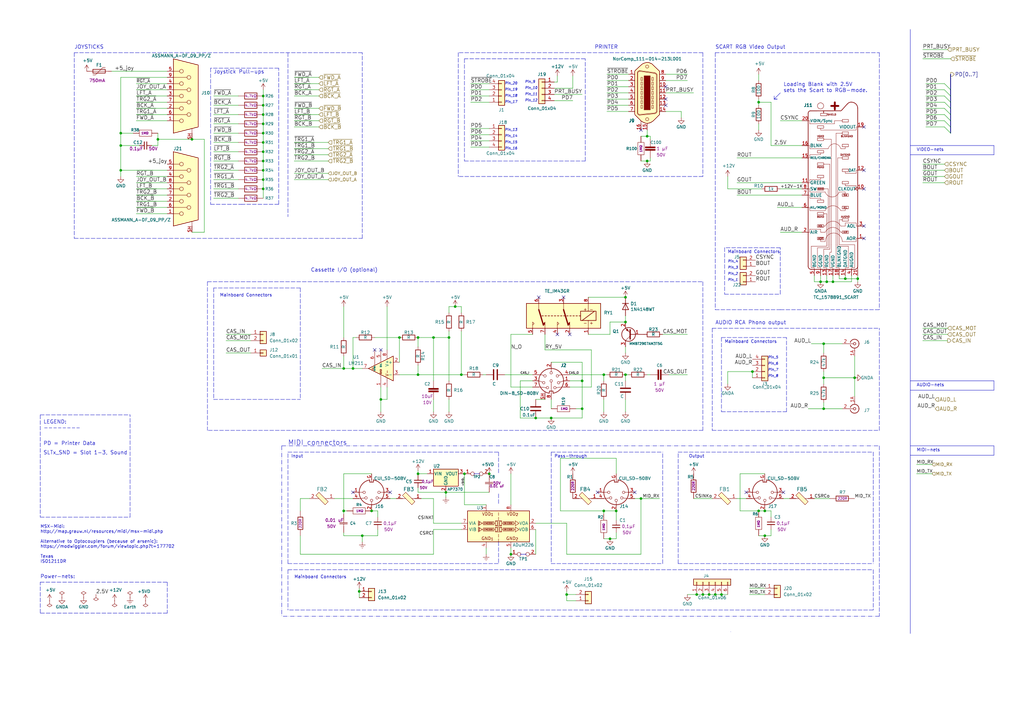
<source format=kicad_sch>
(kicad_sch (version 20211123) (generator eeschema)
  (paper "A3")
  (title_block (date "2022-03-04"))
  (junction (at 285.75 243.84))
  (junction (at 209.55 227.33))
  (junction (at 107.95 77.47))
  (junction (at 177.8 138.43))
  (junction (at 339.09 115.57))
  (junction (at 163.83 138.43))
  (junction (at 346.71 114.3))
  (junction (at 336.55 115.57))
  (junction (at 107.95 43.18))
  (junction (at 337.82 154.94))
  (junction (at 219.71 171.45))
  (junction (at 152.4 209.55))
  (junction (at 190.5 194.31))
  (junction (at 49.53 54.61))
  (junction (at 148.59 219.71))
  (junction (at 107.95 66.04))
  (junction (at 140.97 151.13))
  (junction (at 256.54 132.08))
  (junction (at 247.65 209.55))
  (junction (at 337.82 167.64))
  (junction (at 107.95 69.85))
  (junction (at 107.95 46.99))
  (junction (at 147.32 242.57))
  (junction (at 171.45 194.31))
  (junction (at 107.95 58.42))
  (junction (at 341.63 115.57))
  (junction (at 295.91 243.84))
  (junction (at 256.54 153.67))
  (junction (at 182.88 201.93))
  (junction (at 49.53 69.85))
  (junction (at 238.76 167.64))
  (junction (at 262.89 204.47))
  (junction (at 64.77 57.15))
  (junction (at 238.76 156.21))
  (junction (at 226.06 171.45))
  (junction (at 311.15 41.91))
  (junction (at 107.95 50.8))
  (junction (at 252.73 209.55))
  (junction (at 313.69 209.55))
  (junction (at 189.23 153.67))
  (junction (at 337.82 140.97))
  (junction (at 308.61 152.4))
  (junction (at 288.29 243.84))
  (junction (at 186.69 125.73))
  (junction (at 107.95 62.23))
  (junction (at 290.83 243.84))
  (junction (at 250.19 220.98))
  (junction (at 107.95 54.61))
  (junction (at 140.97 209.55))
  (junction (at 232.41 243.84))
  (junction (at 265.43 55.88))
  (junction (at 350.52 154.94))
  (junction (at 265.43 66.04))
  (junction (at 107.95 39.37))
  (junction (at 311.15 209.55))
  (junction (at 49.53 59.69))
  (junction (at 78.74 57.15))
  (junction (at 171.45 138.43))
  (junction (at 144.78 151.13))
  (junction (at 184.15 138.43))
  (junction (at 107.95 73.66))
  (junction (at 351.79 114.3))
  (junction (at 256.54 121.92))
  (junction (at 313.69 219.71))
  (junction (at 293.37 243.84))
  (junction (at 156.21 163.83))
  (junction (at 247.65 153.67))
  (junction (at 200.66 194.31))
  (junction (at 171.45 153.67))
  (no_connect (at 220.98 121.92))
  (no_connect (at 260.35 201.93))
  (no_connect (at 160.02 201.93))
  (no_connect (at 273.05 35.56))
  (no_connect (at 262.89 53.34))
  (no_connect (at 273.05 40.64))
  (no_connect (at 321.31 201.93))
  (no_connect (at 245.11 201.93))
  (no_connect (at 354.33 69.85))
  (no_connect (at 354.33 92.71))
  (no_connect (at 354.33 97.79))
  (no_connect (at 153.67 143.51))
  (no_connect (at 144.78 201.93))
  (no_connect (at 231.14 121.92))
  (no_connect (at 273.05 43.18))
  (no_connect (at 354.33 77.47))
  (no_connect (at 233.68 137.16))
  (no_connect (at 228.6 137.16))
  (no_connect (at 354.33 52.07))
  (no_connect (at 306.07 201.93))
  (no_connect (at 156.21 143.51))
  (bus_entry (at 387.35 36.83) (size 2.54 2.54))
  (bus_entry (at 387.35 46.99) (size 2.54 2.54))
  (bus_entry (at 387.35 44.45) (size 2.54 2.54))
  (bus_entry (at 387.35 52.07) (size 2.54 2.54))
  (bus_entry (at 387.35 49.53) (size 2.54 2.54))
  (bus_entry (at 387.35 39.37) (size 2.54 2.54))
  (bus_entry (at 387.35 41.91) (size 2.54 2.54))
  (bus_entry (at 387.35 34.29) (size 2.54 2.54))
  (wire (pts (xy 158.75 163.83) (xy 156.21 163.83)))
  (wire (pts (xy 228.6 33.655) (xy 227.33 33.655)))
  (polyline (pts (xy 317.5 40.64) (xy 318.77 40.64)) (stroke (width 0) (type solid)))
  (polyline (pts (xy 373.38 63.5) (xy 407.67 63.5)) (stroke (width 0) (type solid)))
  (wire (pts (xy 152.4 209.55) (xy 154.94 209.55)))
  (wire (pts (xy 298.45 152.4) (xy 308.61 152.4)))
  (wire (pts (xy 120.65 34.29) (xy 130.81 34.29)))
  (wire (pts (xy 265.43 66.04) (xy 266.7 66.04)))
  (wire (pts (xy 337.82 144.78) (xy 337.82 140.97)))
  (wire (pts (xy 266.7 153.67) (xy 265.43 153.67)))
  (wire (pts (xy 233.68 158.75) (xy 242.57 158.75)))
  (wire (pts (xy 339.09 115.57) (xy 336.55 115.57)))
  (polyline (pts (xy 358.14 233.68) (xy 358.14 250.19)))
  (wire (pts (xy 232.41 243.84) (xy 236.22 243.84)))
  (wire (pts (xy 140.97 138.43) (xy 140.97 125.73)))
  (wire (pts (xy 182.88 201.93) (xy 182.88 203.835)))
  (wire (pts (xy 97.79 58.42) (xy 87.63 58.42)))
  (wire (pts (xy 247.65 153.67) (xy 248.92 153.67)))
  (wire (pts (xy 351.79 114.3) (xy 346.71 114.3)))
  (wire (pts (xy 303.53 209.55) (xy 311.15 209.55)))
  (wire (pts (xy 250.19 132.08) (xy 250.19 137.16)))
  (polyline (pts (xy 295.91 168.91) (xy 322.58 168.91)))
  (wire (pts (xy 120.65 31.75) (xy 130.81 31.75)))
  (wire (pts (xy 378.46 74.93) (xy 387.35 74.93)))
  (wire (pts (xy 87.63 73.66) (xy 97.79 73.66)))
  (wire (pts (xy 49.53 59.69) (xy 49.53 54.61)))
  (wire (pts (xy 226.06 163.83) (xy 226.06 167.64)))
  (wire (pts (xy 379.73 49.53) (xy 387.35 49.53)))
  (wire (pts (xy 137.16 204.47) (xy 144.78 204.47)))
  (wire (pts (xy 213.36 156.21) (xy 218.44 156.21)))
  (wire (pts (xy 97.79 54.61) (xy 87.63 54.61)))
  (wire (pts (xy 378.46 72.39) (xy 387.35 72.39)))
  (polyline (pts (xy 86.36 27.94) (xy 86.36 83.82)))
  (wire (pts (xy 307.34 241.3) (xy 313.69 241.3)))
  (polyline (pts (xy 320.04 101.6) (xy 297.18 101.6)))
  (wire (pts (xy 209.55 194.31) (xy 209.55 207.01)))
  (polyline (pts (xy 115.57 182.88) (xy 360.68 182.88)) (stroke (width 0) (type dash_dot)))
  (wire (pts (xy 132.08 151.13) (xy 140.97 151.13)))
  (wire (pts (xy 375.92 190.5) (xy 382.27 190.5)))
  (wire (pts (xy 328.93 49.53) (xy 320.04 49.53)))
  (polyline (pts (xy 30.48 21.59) (xy 30.48 97.79)))
  (wire (pts (xy 213.36 156.21) (xy 213.36 171.45)))
  (bus (pts (xy 389.89 52.07) (xy 389.89 54.61)))
  (wire (pts (xy 337.82 154.94) (xy 350.52 154.94)))
  (polyline (pts (xy 190.5 24.13) (xy 190.5 66.04)))
  (polyline (pts (xy 118.11 233.68) (xy 118.11 250.19)))
  (wire (pts (xy 209.55 224.79) (xy 209.55 227.33)))
  (polyline (pts (xy 204.47 202.565) (xy 204.47 207.01)) (stroke (width 0) (type dash)))
  (wire (pts (xy 189.23 153.67) (xy 189.23 135.89)))
  (wire (pts (xy 257.81 33.02) (xy 248.92 33.02)))
  (wire (pts (xy 140.97 151.13) (xy 144.78 151.13)))
  (wire (pts (xy 257.81 38.1) (xy 248.92 38.1)))
  (wire (pts (xy 387.35 39.37) (xy 379.73 39.37)))
  (wire (pts (xy 262.89 66.04) (xy 265.43 66.04)))
  (wire (pts (xy 120.65 73.66) (xy 134.62 73.66)))
  (wire (pts (xy 68.58 44.45) (xy 55.88 44.45)))
  (wire (pts (xy 140.97 209.55) (xy 142.24 209.55)))
  (polyline (pts (xy 292.1 134.62) (xy 360.68 134.62)))
  (wire (pts (xy 256.54 163.83) (xy 256.54 168.91)))
  (wire (pts (xy 120.65 44.45) (xy 130.81 44.45)))
  (polyline (pts (xy 288.29 21.59) (xy 187.96 21.59)))
  (wire (pts (xy 171.45 194.31) (xy 171.45 194.945)))
  (wire (pts (xy 260.35 204.47) (xy 262.89 204.47)))
  (wire (pts (xy 68.58 87.63) (xy 55.88 87.63)))
  (wire (pts (xy 184.15 138.43) (xy 177.8 138.43)))
  (wire (pts (xy 378.46 69.85) (xy 387.35 69.85)))
  (polyline (pts (xy 213.36 227.33) (xy 215.9 227.33)) (stroke (width 0) (type solid)))
  (polyline (pts (xy 226.06 231.14) (xy 271.78 231.14)))
  (wire (pts (xy 177.8 163.83) (xy 177.8 168.91)))
  (polyline (pts (xy 118.11 185.42) (xy 204.47 185.42)) (stroke (width 0) (type dash)))
  (bus (pts (xy 389.89 49.53) (xy 389.89 52.07)))
  (polyline (pts (xy 114.3 83.82) (xy 99.06 83.82)))
  (wire (pts (xy 68.58 77.47) (xy 55.88 77.47)))
  (polyline (pts (xy 317.5 40.64) (xy 320.04 38.1)) (stroke (width 0) (type solid)))
  (polyline (pts (xy 87.63 118.11) (xy 87.63 163.83)))
  (wire (pts (xy 290.83 243.84) (xy 293.37 243.84)))
  (wire (pts (xy 316.23 219.71) (xy 313.69 219.71)))
  (wire (pts (xy 247.65 163.83) (xy 247.65 168.91)))
  (wire (pts (xy 62.23 59.69) (xy 64.77 59.69)))
  (wire (pts (xy 378.46 24.13) (xy 389.89 24.13)))
  (polyline (pts (xy 16.51 170.18) (xy 16.51 212.09)))
  (wire (pts (xy 182.88 201.93) (xy 171.45 201.93)))
  (wire (pts (xy 281.94 30.48) (xy 273.05 30.48)))
  (wire (pts (xy 172.72 204.47) (xy 177.8 204.47)))
  (polyline (pts (xy 407.67 186.69) (xy 407.67 182.88)) (stroke (width 0) (type solid)))
  (wire (pts (xy 336.55 113.03) (xy 336.55 115.57)))
  (wire (pts (xy 120.65 49.53) (xy 130.81 49.53)))
  (wire (pts (xy 341.63 115.57) (xy 349.25 115.57)))
  (wire (pts (xy 144.78 151.13) (xy 148.59 151.13)))
  (wire (pts (xy 378.46 67.31) (xy 387.35 67.31)))
  (polyline (pts (xy 278.13 231.14) (xy 278.13 185.42)))
  (wire (pts (xy 97.79 66.04) (xy 87.63 66.04)))
  (wire (pts (xy 388.62 20.32) (xy 378.46 20.32)))
  (polyline (pts (xy 226.06 185.42) (xy 271.78 185.42)))
  (polyline (pts (xy 299.72 259.08) (xy 299.72 259.08)))
  (wire (pts (xy 190.5 207.01) (xy 199.39 207.01)))
  (bus (pts (xy 389.89 36.83) (xy 389.89 39.37)))
  (wire (pts (xy 92.71 144.78) (xy 102.87 144.78)))
  (wire (pts (xy 232.41 227.33) (xy 262.89 227.33)))
  (wire (pts (xy 313.69 209.55) (xy 316.23 209.55)))
  (wire (pts (xy 256.54 153.67) (xy 257.81 153.67)))
  (polyline (pts (xy 407.67 160.02) (xy 407.67 156.21)) (stroke (width 0) (type solid)))
  (wire (pts (xy 160.02 204.47) (xy 162.56 204.47)))
  (wire (pts (xy 247.65 153.67) (xy 233.68 153.67)))
  (wire (pts (xy 248.92 43.18) (xy 257.81 43.18)))
  (wire (pts (xy 123.19 219.71) (xy 123.19 227.33)))
  (wire (pts (xy 232.41 243.84) (xy 232.41 246.38)))
  (wire (pts (xy 379.73 52.07) (xy 387.35 52.07)))
  (wire (pts (xy 158.75 158.75) (xy 158.75 163.83)))
  (polyline (pts (xy 240.03 24.13) (xy 190.5 24.13)))
  (polyline (pts (xy 407.67 156.21) (xy 373.38 156.21)) (stroke (width 0) (type solid)))
  (polyline (pts (xy 226.06 185.42) (xy 226.06 231.14)))
  (wire (pts (xy 107.95 62.23) (xy 107.95 66.04)))
  (wire (pts (xy 340.36 204.47) (xy 334.01 204.47)))
  (wire (pts (xy 68.58 80.01) (xy 55.88 80.01)))
  (wire (pts (xy 64.77 54.61) (xy 64.77 57.15)))
  (wire (pts (xy 241.3 137.16) (xy 250.19 137.16)))
  (polyline (pts (xy 320.04 127) (xy 360.68 127)))
  (wire (pts (xy 256.54 142.24) (xy 256.54 144.78)))
  (wire (pts (xy 97.79 69.85) (xy 87.63 69.85)))
  (wire (pts (xy 337.82 140.97) (xy 345.44 140.97)))
  (wire (pts (xy 273.05 38.1) (xy 284.48 38.1)))
  (wire (pts (xy 298.45 243.84) (xy 295.91 243.84)))
  (wire (pts (xy 228.6 31.115) (xy 228.6 33.655)))
  (wire (pts (xy 68.58 85.09) (xy 55.88 85.09)))
  (polyline (pts (xy 118.11 231.14) (xy 118.11 185.42)))
  (wire (pts (xy 229.87 209.55) (xy 247.65 209.55)))
  (wire (pts (xy 147.32 241.3) (xy 147.32 242.57)))
  (wire (pts (xy 232.41 246.38) (xy 236.22 246.38)))
  (wire (pts (xy 68.58 36.83) (xy 55.88 36.83)))
  (wire (pts (xy 120.65 71.12) (xy 134.62 71.12)))
  (wire (pts (xy 223.52 137.16) (xy 223.52 143.51)))
  (polyline (pts (xy 292.1 134.62) (xy 292.1 176.53)))
  (wire (pts (xy 120.65 58.42) (xy 134.62 58.42)))
  (wire (pts (xy 219.71 171.45) (xy 226.06 171.45)))
  (polyline (pts (xy 295.91 138.43) (xy 322.58 138.43)))
  (polyline (pts (xy 85.09 115.57) (xy 85.09 176.53)))
  (wire (pts (xy 148.59 219.71) (xy 154.94 219.71)))
  (wire (pts (xy 252.73 187.96) (xy 229.87 187.96)))
  (wire (pts (xy 298.45 72.39) (xy 298.45 77.47)))
  (polyline (pts (xy 187.96 21.59) (xy 187.96 72.39)))
  (wire (pts (xy 256.54 153.67) (xy 256.54 156.21)))
  (wire (pts (xy 316.23 212.09) (xy 316.23 209.55)))
  (wire (pts (xy 92.71 139.7) (xy 102.87 139.7)))
  (wire (pts (xy 311.15 209.55) (xy 313.69 209.55)))
  (wire (pts (xy 273.05 45.72) (xy 279.4 45.72)))
  (wire (pts (xy 97.79 77.47) (xy 87.63 77.47)))
  (wire (pts (xy 193.04 52.705) (xy 200.66 52.705)))
  (wire (pts (xy 227.33 41.275) (xy 234.95 41.275)))
  (wire (pts (xy 171.45 138.43) (xy 171.45 142.24)))
  (polyline (pts (xy 204.47 185.42) (xy 204.47 194.31)) (stroke (width 0) (type dash)))
  (polyline (pts (xy 30.48 97.79) (xy 148.59 97.79)))
  (wire (pts (xy 378.46 139.7) (xy 388.62 139.7)))
  (wire (pts (xy 334.01 113.03) (xy 334.01 115.57)))
  (polyline (pts (xy 360.68 182.88) (xy 360.68 252.73)))
  (wire (pts (xy 171.45 138.43) (xy 177.8 138.43)))
  (wire (pts (xy 184.15 138.43) (xy 184.15 156.21)))
  (wire (pts (xy 97.79 81.28) (xy 87.63 81.28)))
  (wire (pts (xy 236.22 167.64) (xy 238.76 167.64)))
  (wire (pts (xy 279.4 45.72) (xy 279.4 48.26)))
  (wire (pts (xy 107.95 43.18) (xy 107.95 46.99)))
  (polyline (pts (xy 16.51 251.46) (xy 16.51 238.76)))
  (wire (pts (xy 378.46 137.16) (xy 388.62 137.16)))
  (wire (pts (xy 316.23 217.17) (xy 316.23 219.71)))
  (polyline (pts (xy 53.34 212.09) (xy 53.34 170.18)))
  (wire (pts (xy 337.82 154.94) (xy 337.82 157.48)))
  (wire (pts (xy 177.8 227.33) (xy 177.8 217.17)))
  (polyline (pts (xy 123.19 118.11) (xy 87.63 118.11)))
  (wire (pts (xy 68.58 49.53) (xy 55.88 49.53)))
  (wire (pts (xy 316.23 41.91) (xy 316.23 59.69)))
  (wire (pts (xy 68.58 34.29) (xy 55.88 34.29)))
  (wire (pts (xy 284.48 204.47) (xy 292.1 204.47)))
  (polyline (pts (xy 293.37 21.59) (xy 360.68 21.59)))
  (polyline (pts (xy 148.59 97.79) (xy 148.59 21.59)))
  (wire (pts (xy 311.15 219.71) (xy 313.69 219.71)))
  (wire (pts (xy 311.15 30.48) (xy 311.15 33.02)))
  (polyline (pts (xy 288.29 72.39) (xy 187.96 72.39)))
  (wire (pts (xy 177.8 138.43) (xy 177.8 156.21)))
  (wire (pts (xy 241.3 121.92) (xy 256.54 121.92)))
  (wire (pts (xy 242.57 143.51) (xy 223.52 143.51)))
  (wire (pts (xy 68.58 39.37) (xy 55.88 39.37)))
  (wire (pts (xy 234.95 31.115) (xy 234.95 36.195)))
  (polyline (pts (xy 288.29 176.53) (xy 85.09 176.53)))
  (wire (pts (xy 193.04 55.245) (xy 200.66 55.245)))
  (wire (pts (xy 107.95 54.61) (xy 107.95 58.42)))
  (wire (pts (xy 186.69 125.73) (xy 189.23 125.73)))
  (wire (pts (xy 120.65 60.96) (xy 134.62 60.96)))
  (wire (pts (xy 177.8 204.47) (xy 177.8 214.63)))
  (polyline (pts (xy 118.11 21.59) (xy 118.11 88.9)))
  (wire (pts (xy 140.97 194.31) (xy 140.97 209.55)))
  (polyline (pts (xy 320.04 120.65) (xy 320.04 101.6)))
  (wire (pts (xy 219.71 217.17) (xy 219.71 227.33)))
  (wire (pts (xy 311.15 40.64) (xy 311.15 41.91)))
  (wire (pts (xy 97.79 50.8) (xy 87.63 50.8)))
  (polyline (pts (xy 322.58 168.91) (xy 322.58 138.43)))
  (wire (pts (xy 171.45 149.86) (xy 171.45 153.67)))
  (wire (pts (xy 311.15 53.34) (xy 311.15 50.8)))
  (wire (pts (xy 350.52 154.94) (xy 350.52 162.56)))
  (wire (pts (xy 92.71 137.16) (xy 102.87 137.16)))
  (wire (pts (xy 123.19 227.33) (xy 177.8 227.33)))
  (wire (pts (xy 229.87 187.96) (xy 229.87 209.55)))
  (wire (pts (xy 107.95 36.83) (xy 107.95 39.37)))
  (polyline (pts (xy 407.67 59.69) (xy 373.38 59.69)) (stroke (width 0) (type solid)))
  (wire (pts (xy 379.73 36.83) (xy 387.35 36.83)))
  (polyline (pts (xy 407.67 63.5) (xy 407.67 59.69)) (stroke (width 0) (type solid)))
  (polyline (pts (xy 240.03 66.04) (xy 240.03 24.13)))
  (wire (pts (xy 250.19 132.08) (xy 256.54 132.08)))
  (wire (pts (xy 49.53 69.85) (xy 68.58 69.85)))
  (wire (pts (xy 140.97 218.44) (xy 140.97 219.71)))
  (wire (pts (xy 226.06 171.45) (xy 238.76 171.45)))
  (wire (pts (xy 83.82 57.15) (xy 78.74 57.15)))
  (wire (pts (xy 331.47 167.64) (xy 337.82 167.64)))
  (wire (pts (xy 144.78 138.43) (xy 144.78 151.13)))
  (wire (pts (xy 344.17 114.3) (xy 344.17 113.03)))
  (polyline (pts (xy 16.51 238.76) (xy 68.58 238.76)))
  (wire (pts (xy 349.25 115.57) (xy 349.25 113.03)))
  (wire (pts (xy 209.55 137.16) (xy 218.44 137.16)))
  (wire (pts (xy 49.53 59.69) (xy 57.15 59.69)))
  (wire (pts (xy 64.77 57.15) (xy 78.74 57.15)))
  (wire (pts (xy 227.33 36.195) (xy 234.95 36.195)))
  (wire (pts (xy 49.53 72.39) (xy 49.53 69.85)))
  (wire (pts (xy 273.05 33.02) (xy 281.94 33.02)))
  (polyline (pts (xy 297.18 101.6) (xy 297.18 120.65)))
  (wire (pts (xy 207.01 153.67) (xy 218.44 153.67)))
  (wire (pts (xy 271.78 137.16) (xy 281.94 137.16)))
  (wire (pts (xy 154.94 212.09) (xy 154.94 209.55)))
  (wire (pts (xy 238.76 148.59) (xy 238.76 156.21)))
  (polyline (pts (xy 68.58 238.76) (xy 68.58 251.46)))
  (wire (pts (xy 189.23 153.67) (xy 171.45 153.67)))
  (polyline (pts (xy 288.29 21.59) (xy 288.29 72.39)))
  (wire (pts (xy 107.95 73.66) (xy 107.95 77.47)))
  (polyline (pts (xy 85.09 115.57) (xy 288.29 115.57)))
  (wire (pts (xy 68.58 41.91) (xy 55.88 41.91)))
  (polyline (pts (xy 288.29 115.57) (xy 288.29 176.53)))
  (wire (pts (xy 107.95 66.04) (xy 107.95 69.85)))
  (wire (pts (xy 209.55 158.75) (xy 209.55 137.16)))
  (wire (pts (xy 140.97 219.71) (xy 148.59 219.71)))
  (wire (pts (xy 68.58 46.99) (xy 55.88 46.99)))
  (bus (pts (xy 389.89 39.37) (xy 389.89 41.91)))
  (wire (pts (xy 308.61 152.4) (xy 308.61 154.94)))
  (wire (pts (xy 200.66 57.785) (xy 193.04 57.785)))
  (wire (pts (xy 120.65 46.99) (xy 130.81 46.99)))
  (wire (pts (xy 171.45 194.31) (xy 175.26 194.31)))
  (wire (pts (xy 200.66 36.83) (xy 193.04 36.83)))
  (wire (pts (xy 97.79 46.99) (xy 87.63 46.99)))
  (wire (pts (xy 303.53 194.31) (xy 303.53 209.55)))
  (wire (pts (xy 341.63 115.57) (xy 341.63 113.03)))
  (wire (pts (xy 232.41 214.63) (xy 232.41 227.33)))
  (wire (pts (xy 288.29 243.84) (xy 290.83 243.84)))
  (wire (pts (xy 233.68 156.21) (xy 238.76 156.21)))
  (wire (pts (xy 339.09 115.57) (xy 341.63 115.57)))
  (wire (pts (xy 120.65 36.83) (xy 130.81 36.83)))
  (wire (pts (xy 247.65 156.21) (xy 247.65 153.67)))
  (wire (pts (xy 248.92 35.56) (xy 257.81 35.56)))
  (wire (pts (xy 285.75 243.84) (xy 288.29 243.84)))
  (wire (pts (xy 302.26 64.77) (xy 328.93 64.77)))
  (polyline (pts (xy 115.57 182.88) (xy 115.57 252.73)) (stroke (width 0) (type dash_dot)))
  (wire (pts (xy 120.65 52.07) (xy 130.81 52.07)))
  (wire (pts (xy 120.65 66.04) (xy 134.62 66.04)))
  (wire (pts (xy 146.05 138.43) (xy 144.78 138.43)))
  (wire (pts (xy 64.77 59.69) (xy 64.77 57.15)))
  (wire (pts (xy 238.76 156.21) (xy 238.76 167.64)))
  (wire (pts (xy 218.44 158.75) (xy 209.55 158.75)))
  (polyline (pts (xy 114.3 27.94) (xy 86.36 27.94)))
  (polyline (pts (xy 358.14 250.19) (xy 118.11 250.19)))
  (wire (pts (xy 266.7 66.04) (xy 266.7 64.77)))
  (wire (pts (xy 346.71 114.3) (xy 344.17 114.3)))
  (wire (pts (xy 252.73 218.44) (xy 252.73 220.98)))
  (wire (pts (xy 97.79 39.37) (xy 87.63 39.37)))
  (wire (pts (xy 193.04 34.29) (xy 200.66 34.29)))
  (polyline (pts (xy 204.47 222.25) (xy 204.47 231.14)))
  (wire (pts (xy 387.35 34.29) (xy 379.73 34.29)))
  (wire (pts (xy 219.71 163.83) (xy 223.52 163.83)))
  (wire (pts (xy 148.59 219.71) (xy 148.59 222.25)))
  (wire (pts (xy 193.04 60.325) (xy 200.66 60.325)))
  (polyline (pts (xy 118.11 231.14) (xy 204.47 231.14)) (stroke (width 0) (type dash)))
  (polyline (pts (xy 118.11 233.68) (xy 358.14 233.68)))
  (wire (pts (xy 107.95 77.47) (xy 107.95 81.28)))
  (wire (pts (xy 49.53 54.61) (xy 49.53 31.75)))
  (wire (pts (xy 379.73 44.45) (xy 387.35 44.45)))
  (wire (pts (xy 321.31 204.47) (xy 323.85 204.47)))
  (wire (pts (xy 262.89 204.47) (xy 262.89 227.33)))
  (wire (pts (xy 171.45 193.04) (xy 171.45 194.31)))
  (wire (pts (xy 337.82 152.4) (xy 337.82 154.94)))
  (wire (pts (xy 295.91 243.84) (xy 293.37 243.84)))
  (wire (pts (xy 311.15 41.91) (xy 316.23 41.91)))
  (wire (pts (xy 123.19 204.47) (xy 123.19 209.55)))
  (polyline (pts (xy 114.3 83.82) (xy 114.3 27.94)))
  (wire (pts (xy 120.65 63.5) (xy 134.62 63.5)))
  (polyline (pts (xy 123.19 118.11) (xy 123.19 163.83)))
  (bus (pts (xy 389.89 46.99) (xy 389.89 49.53)))
  (bus (pts (xy 389.89 41.91) (xy 389.89 44.45)))
  (polyline (pts (xy 87.63 163.83) (xy 123.19 163.83)))
  (polyline (pts (xy 278.13 185.42) (xy 358.14 185.42)))
  (wire (pts (xy 123.19 204.47) (xy 127 204.47)))
  (polyline (pts (xy 360.68 176.53) (xy 360.68 134.62)))
  (wire (pts (xy 298.45 77.47) (xy 312.42 77.47)))
  (polyline (pts (xy 86.36 83.82) (xy 99.06 83.82)))
  (bus (pts (xy 389.89 44.45) (xy 389.89 46.99)))
  (wire (pts (xy 171.45 153.67) (xy 163.83 153.67)))
  (wire (pts (xy 140.97 209.55) (xy 140.97 210.82)))
  (wire (pts (xy 107.95 50.8) (xy 107.95 54.61)))
  (wire (pts (xy 154.94 217.17) (xy 154.94 219.71)))
  (polyline (pts (xy 373.38 186.69) (xy 407.67 186.69)) (stroke (width 0) (type solid)))
  (wire (pts (xy 387.35 46.99) (xy 379.73 46.99)))
  (wire (pts (xy 256.54 129.54) (xy 256.54 132.08)))
  (wire (pts (xy 257.81 45.72) (xy 248.92 45.72)))
  (polyline (pts (xy 292.1 176.53) (xy 360.68 176.53)))
  (wire (pts (xy 351.79 114.3) (xy 351.79 115.57)))
  (wire (pts (xy 266.7 55.88) (xy 266.7 57.15)))
  (wire (pts (xy 189.23 153.67) (xy 190.5 153.67)))
  (polyline (pts (xy 293.37 127) (xy 320.04 127)))
  (wire (pts (xy 252.73 187.96) (xy 252.73 194.31)))
  (wire (pts (xy 378.46 134.62) (xy 388.62 134.62)))
  (wire (pts (xy 375.92 194.31) (xy 382.27 194.31)))
  (wire (pts (xy 68.58 72.39) (xy 55.88 72.39)))
  (wire (pts (xy 219.71 214.63) (xy 232.41 214.63)))
  (wire (pts (xy 97.79 43.18) (xy 87.63 43.18)))
  (wire (pts (xy 351.79 113.03) (xy 351.79 114.3)))
  (wire (pts (xy 247.65 209.55) (xy 252.73 209.55)))
  (wire (pts (xy 227.33 38.735) (xy 238.76 38.735)))
  (wire (pts (xy 247.65 209.55) (xy 247.65 210.82)))
  (polyline (pts (xy 16.51 212.09) (xy 53.34 212.09)))
  (wire (pts (xy 198.12 153.67) (xy 199.39 153.67)))
  (wire (pts (xy 248.92 40.64) (xy 257.81 40.64)))
  (wire (pts (xy 177.8 217.17) (xy 189.23 217.17)))
  (polyline (pts (xy 293.37 21.59) (xy 293.37 127)))
  (polyline (pts (xy 295.91 138.43) (xy 295.91 168.91)))
  (wire (pts (xy 232.41 242.57) (xy 232.41 243.84)))
  (wire (pts (xy 274.32 153.67) (xy 281.94 153.67)))
  (wire (pts (xy 158.75 143.51) (xy 158.75 125.73)))
  (polyline (pts (xy 297.18 120.65) (xy 320.04 120.65)))
  (wire (pts (xy 320.04 95.25) (xy 328.93 95.25)))
  (wire (pts (xy 316.23 59.69) (xy 328.93 59.69)))
  (wire (pts (xy 339.09 113.03) (xy 339.09 115.57)))
  (wire (pts (xy 190.5 194.31) (xy 190.5 207.01)))
  (wire (pts (xy 45.72 29.21) (xy 68.58 29.21)))
  (wire (pts (xy 337.82 165.1) (xy 337.82 167.64)))
  (wire (pts (xy 171.45 200.025) (xy 171.45 201.93)))
  (wire (pts (xy 262.89 204.47) (xy 270.51 204.47)))
  (wire (pts (xy 163.83 138.43) (xy 153.67 138.43)))
  (polyline (pts (xy 194.31 194.31) (xy 196.85 194.31)) (stroke (width 0) (type solid)))
  (polyline (pts (xy 360.68 252.73) (xy 115.57 252.73)) (stroke (width 0) (type dash_dot)))
  (wire (pts (xy 311.15 41.91) (xy 311.15 43.18)))
  (wire (pts (xy 186.69 125.73) (xy 184.15 125.73)))
  (polyline (pts (xy 278.13 231.14) (xy 358.14 231.14)))
  (wire (pts (xy 302.26 204.47) (xy 306.07 204.47)))
  (wire (pts (xy 281.94 243.84) (xy 285.75 243.84)))
  (wire (pts (xy 78.74 95.25) (xy 83.82 95.25)))
  (wire (pts (xy 193.04 39.37) (xy 200.66 39.37)))
  (wire (pts (xy 238.76 167.64) (xy 238.76 171.45)))
  (wire (pts (xy 262.89 55.88) (xy 265.43 55.88)))
  (wire (pts (xy 156.21 158.75) (xy 156.21 163.83)))
  (wire (pts (xy 107.95 69.85) (xy 107.95 73.66)))
  (wire (pts (xy 298.45 152.4) (xy 298.45 157.48)))
  (wire (pts (xy 107.95 46.99) (xy 107.95 50.8)))
  (polyline (pts (xy 317.5 39.37) (xy 317.5 40.64)) (stroke (width 0) (type solid)))
  (wire (pts (xy 346.71 113.03) (xy 346.71 114.3)))
  (wire (pts (xy 97.79 62.23) (xy 87.63 62.23)))
  (wire (pts (xy 337.82 167.64) (xy 345.44 167.64)))
  (wire (pts (xy 147.32 242.57) (xy 147.32 245.11)))
  (wire (pts (xy 107.95 39.37) (xy 107.95 43.18)))
  (wire (pts (xy 328.93 85.09) (xy 318.77 85.09)))
  (wire (pts (xy 313.69 194.31) (xy 303.53 194.31)))
  (wire (pts (xy 379.73 41.91) (xy 387.35 41.91)))
  (wire (pts (xy 189.23 125.73) (xy 189.23 128.27)))
  (polyline (pts (xy 358.14 185.42) (xy 358.14 231.14)))
  (polyline (pts (xy 373.38 12.065) (xy 373.38 259.842)) (stroke (width 0) (type solid)))
  (wire (pts (xy 177.8 214.63) (xy 189.23 214.63)))
  (wire (pts (xy 83.82 95.25) (xy 83.82 57.15)))
  (wire (pts (xy 163.83 148.59) (xy 163.83 138.43)))
  (wire (pts (xy 332.74 140.97) (xy 337.82 140.97)))
  (wire (pts (xy 200.66 41.91) (xy 193.04 41.91)))
  (wire (pts (xy 213.36 171.45) (xy 219.71 171.45)))
  (wire (pts (xy 265.43 53.34) (xy 265.43 55.88)))
  (wire (pts (xy 238.76 148.59) (xy 226.06 148.59)))
  (wire (pts (xy 120.65 39.37) (xy 130.81 39.37)))
  (wire (pts (xy 140.97 146.05) (xy 140.97 151.13)))
  (wire (pts (xy 49.53 69.85) (xy 49.53 59.69)))
  (wire (pts (xy 68.58 74.93) (xy 55.88 74.93)))
  (polyline (pts (xy 271.78 231.14) (xy 271.78 185.42)))
  (polyline (pts (xy 317.5 40.64) (xy 318.77 40.64)))
  (wire (pts (xy 247.65 220.98) (xy 250.19 220.98)))
  (wire (pts (xy 242.57 158.75) (xy 242.57 143.51)))
  (wire (pts (xy 156.21 163.83) (xy 156.21 168.91)))
  (polyline (pts (xy 148.59 21.59) (xy 30.48 21.59)))
  (wire (pts (xy 248.92 30.48) (xy 257.81 30.48)))
  (wire (pts (xy 302.26 74.93) (xy 328.93 74.93)))
  (wire (pts (xy 302.26 80.01) (xy 328.93 80.01)))
  (wire (pts (xy 199.39 224.79) (xy 199.39 227.33)))
  (wire (pts (xy 107.95 58.42) (xy 107.95 62.23)))
  (wire (pts (xy 320.04 77.47) (xy 328.93 77.47)))
  (wire (pts (xy 252.73 209.55) (xy 252.73 213.36)))
  (wire (pts (xy 184.15 135.89) (xy 184.15 138.43)))
  (wire (pts (xy 49.53 54.61) (xy 54.61 54.61)))
  (wire (pts (xy 184.15 163.83) (xy 184.15 168.91)))
  (wire (pts (xy 182.88 201.93) (xy 200.66 201.93)))
  (polyline (pts (xy 373.38 160.02) (xy 407.67 160.02)) (stroke (width 0) (type solid)))
  (polyline (pts (xy 68.58 251.46) (xy 16.51 251.46)))
  (wire (pts (xy 184.15 125.73) (xy 184.15 128.27)))
  (polyline (pts (xy 320.04 127) (xy 320.04 127)))
  (wire (pts (xy 334.01 115.57) (xy 336.55 115.57)))
  (polyline (pts (xy 360.68 21.59) (xy 360.68 127)))
  (polyline (pts (xy 16.51 170.18) (xy 53.34 170.18)))
  (bus (pts (xy 389.89 30.48) (xy 389.89 36.83)))
  (polyline (pts (xy 190.5 66.04) (xy 240.03 66.04)))
  (wire (pts (xy 250.19 220.98) (xy 252.73 220.98)))
  (wire (pts (xy 350.52 154.94) (xy 350.52 146.05)))
  (polyline (pts (xy 407.67 182.88) (xy 373.38 182.88)) (stroke (width 0) (type solid)))
  (wire (pts (xy 307.34 243.84) (xy 313.69 243.84)))
  (wire (pts (xy 265.43 55.88) (xy 266.7 55.88)))
  (wire (pts (xy 49.53 31.75) (xy 68.58 31.75)))
  (wire (pts (xy 152.4 194.31) (xy 140.97 194.31)))
  (wire (pts (xy 68.58 82.55) (xy 55.88 82.55)))
  (text "LEGEND:\n--------" (at 17.78 176.53 0) (effects (font (size 1.524 1.524)) (justify left bottom)))
  (text "Pin_10" (at 215.265 36.83 0) (effects (font (size 1 1) italic) (justify left bottom)))
  (text "Pin_17" (at 207.01 42.545 0) (effects (font (size 1 1) italic) (justify left bottom)))
  (text "Pin_8" (at 314.96 154.94 0) (effects (font (size 1 1) italic) (justify left bottom)))
  (text "Pin_6" (at 314.96 149.86 0) (effects (font (size 1 1) italic) (justify left bottom)))
  (text "Pin_18" (at 207.01 40.005 0) (effects (font (size 1 1) italic) (justify left bottom)))
  (text "Pin_14" (at 207.01 56.515 0) (effects (font (size 1 1) italic) (justify left bottom)))
  (text "MIDI connectors" (at 118.11 182.88 0) (effects (font (size 2 2)) (justify left bottom)))
  (text "AUDIO-nets" (at 375.92 158.75 0) (effects (font (size 1.27 1.27)) (justify left bottom)))
  (text "Pin_1" (at 298.45 115.57 0) (effects (font (size 1 1) italic) (justify left bottom)))
  (text "Pin_5" (at 314.96 147.32 0) (effects (font (size 1 1) italic) (justify left bottom)))
  (text "Pin_19" (at 207.01 37.465 0) (effects (font (size 1 1) italic) (justify left bottom)))
  (text "PD = Printer Data" (at 17.78 182.88 0) (effects (font (size 1.524 1.524)) (justify left bottom)))
  (text "Pin_7" (at 314.96 152.4 0) (effects (font (size 1 1) italic) (justify left bottom)))
  (text "Power-nets:" (at 16.51 237.49 0) (effects (font (size 1.524 1.524)) (justify left bottom)))
  (text "SCART RGB Video Output" (at 293.37 20.32 0) (effects (font (size 1.524 1.524)) (justify left bottom)))
  (text "Loading Blank with 2.5V\nsets the Scart to RGB-mode." (at 321.31 38.1 0) (effects (font (size 1.524 1.524)) (justify left bottom)))
  (text "Pin_12" (at 215.265 41.91 0) (effects (font (size 1 1) italic) (justify left bottom)))
  (text "Output" (at 288.925 187.96 180) (effects (font (size 1.27 1.27)) (justify right bottom)))
  (text "Pin_16" (at 207.01 61.595 0) (effects (font (size 1 1) italic) (justify left bottom)))
  (text "Pin_3" (at 298.45 110.49 0) (effects (font (size 1 1) italic) (justify left bottom)))
  (text "JOYSTICKS" (at 30.48 20.32 0) (effects (font (size 1.524 1.524)) (justify left bottom)))
  (text "Mainboard Connectors" (at 297.18 140.97 0) (effects (font (size 1.27 1.27)) (justify left bottom)))
  (text "PRINTER" (at 243.84 20.32 0) (effects (font (size 1.524 1.524)) (justify left bottom)))
  (text "MIDI-nets" (at 375.92 185.42 0) (effects (font (size 1.27 1.27)) (justify left bottom)))
  (text "Mainboard Connectors" (at 298.45 104.14 0) (effects (font (size 1.27 1.27)) (justify left bottom)))
  (text "Input" (at 119.38 187.96 0) (effects (font (size 1.27 1.27)) (justify left bottom)))
  (text "VIDEO-nets" (at 375.92 62.23 0) (effects (font (size 1.27 1.27)) (justify left bottom)))
  (text "AUDIO RCA Phono output" (at 293.37 133.35 0) (effects (font (size 1.524 1.524)) (justify left bottom)))
  (text "Mainboard Connectors" (at 120.65 237.49 0) (effects (font (size 1.27 1.27)) (justify left bottom)))
  (text "Pin_11" (at 215.265 39.37 0) (effects (font (size 1 1) italic) (justify left bottom)))
  (text "SLTx_SND = Slot 1-3, Sound\n" (at 17.78 186.69 0) (effects (font (size 1.524 1.524)) (justify left bottom)))
  (text "Pin_20" (at 207.01 34.925 0) (effects (font (size 1 1) italic) (justify left bottom)))
  (text "Pin_15" (at 207.01 59.055 0) (effects (font (size 1 1) italic) (justify left bottom)))
  (text "Pin_4" (at 298.45 107.95 0) (effects (font (size 1 1) italic) (justify left bottom)))
  (text "Joystick Pull-ups" (at 87.63 30.48 0) (effects (font (size 1.524 1.524)) (justify left bottom)))
  (text "Pin_13" (at 207.01 53.975 0) (effects (font (size 1 1) italic) (justify left bottom)))
  (text "Pin_9" (at 215.265 34.29 0) (effects (font (size 1 1) italic) (justify left bottom)))
  (text "Cassette I/O (optional)" (at 154.94 111.76 180) (effects (font (size 1.524 1.524)) (justify right bottom)))
  (text "MSX-Midi:\nhttp://map.grauw.nl/resources/midi/msx-midi.php\n\nAlternative to Optocouplers (because of arsenic):\nhttps://modwiggler.com/forum/viewtopic.php?t=177702\n\nTexas\nISO1211DR" (at 16.51 231.14 0) (effects (font (size 1.27 1.27)) (justify left bottom)))
  (text "Pass-through" (at 227.33 187.96 0) (effects (font (size 1.27 1.27)) (justify left bottom)))
  (text "Pin_2\n" (at 298.45 113.03 0) (effects (font (size 1 1) italic) (justify left bottom)))
  (text "Mainboard Connectors" (at 90.17 121.92 0) (effects (font (size 1.27 1.27)) (justify left bottom)))
  (label "PD7" (at 281.94 33.02 180) (effects (font (size 1.524 1.524))))
  (label "~{LFT_A}" (at 87.63 46.99 0) (effects (font (size 1.524 1.524))))
  (label "~{TRG2_A}" (at 55.88 41.91 0) (effects (font (size 1.524 1.524))))
  (label "MID_TX" (at 307.34 243.84 0))
  (label "PD4" (at 193.04 57.785 0) (effects (font (size 1.524 1.524))))
  (label "CSYNC" (at 378.46 67.31 0) (effects (font (size 1.524 1.524))))
  (label "+5VD_" (at 190.5 195.58 270) (effects (font (size 0.75 0.75))))
  (label "CAS_OUT" (at 378.46 137.16 0) (effects (font (size 1.524 1.524))))
  (label "JOY_OUT_A" (at 120.65 73.66 0) (effects (font (size 1.524 1.524))))
  (label "PRT_BUSY" (at 238.76 38.735 180) (effects (font (size 1.524 1.524))))
  (label "CAS_IN" (at 92.71 137.16 0) (effects (font (size 1.524 1.524))))
  (label "~{BCK_B}" (at 87.63 58.42 0) (effects (font (size 1.524 1.524))))
  (label "CAS_OUT" (at 281.94 153.67 180) (effects (font (size 1.524 1.524))))
  (label "BOUT" (at 378.46 69.85 0) (effects (font (size 1.524 1.524))))
  (label "PRT_BUSY" (at 284.48 38.1 180) (effects (font (size 1.524 1.524))))
  (label "~{TRG1_B}" (at 120.65 60.96 0) (effects (font (size 1.524 1.524))))
  (label "~{RGT_B}" (at 87.63 66.04 0) (effects (font (size 1.524 1.524))))
  (label "2.5V" (at 39.37 243.84 0) (effects (font (size 1.524 1.524))))
  (label "MID_RX" (at 307.34 241.3 0))
  (label "BOUT" (at 302.26 80.01 0) (effects (font (size 1.524 1.524))))
  (label "PD5" (at 379.73 46.99 0) (effects (font (size 1.524 1.524))))
  (label "~{BCK_B}" (at 120.65 52.07 0) (effects (font (size 1.524 1.524))))
  (label "PD3" (at 248.92 40.64 0) (effects (font (size 1.524 1.524))))
  (label "PD3" (at 379.73 41.91 0) (effects (font (size 1.524 1.524))))
  (label "MID_RX" (at 375.92 190.5 0))
  (label "~{TRG1_A}" (at 87.63 73.66 0) (effects (font (size 1.524 1.524))))
  (label "PD7" (at 379.73 52.07 0) (effects (font (size 1.524 1.524))))
  (label "PD7" (at 234.95 41.275 180) (effects (font (size 1.524 1.524))))
  (label "PD6" (at 193.04 55.245 0) (effects (font (size 1.524 1.524))))
  (label "PD0" (at 193.04 36.83 0) (effects (font (size 1.524 1.524))))
  (label "CSRCo" (at 340.36 204.47 180))
  (label "2.5V" (at 317.5 59.69 0) (effects (font (size 1.524 1.524))))
  (label "CAS_O" (at 237.49 153.67 180) (effects (font (size 0.889 0.889))))
  (label "PD2" (at 248.92 38.1 0) (effects (font (size 1.524 1.524))))
  (label "AUD_L" (at 332.74 140.97 180) (effects (font (size 1.524 1.524))))
  (label "RY_5V" (at 223.52 143.51 0) (effects (font (size 1.524 1.524))))
  (label "PD4" (at 248.92 43.18 0) (effects (font (size 1.524 1.524))))
  (label "PD6" (at 281.94 30.48 180) (effects (font (size 1.524 1.524))))
  (label "ROUT" (at 309.88 115.57 0) (effects (font (size 1.524 1.524))))
  (label "GOUT" (at 378.46 72.39 0) (effects (font (size 1.524 1.524))))
  (label "~{BCK_A}" (at 55.88 44.45 0) (effects (font (size 1.524 1.524))))
  (label "~{FWD_A}" (at 55.88 49.53 0) (effects (font (size 1.524 1.524))))
  (label "~{LFT_A}" (at 120.65 34.29 0) (effects (font (size 1.524 1.524))))
  (label "PD4" (at 379.73 44.45 0) (effects (font (size 1.524 1.524))))
  (label "~{RGT_B}" (at 120.65 49.53 0) (effects (font (size 1.524 1.524))))
  (label "CAS_OUT" (at 92.71 144.78 0) (effects (font (size 1.524 1.524))))
  (label "CAS_MOT" (at 92.71 139.7 0) (effects (font (size 1.524 1.524))))
  (label "AUD_R" (at 331.47 167.64 180) (effects (font (size 1.524 1.524))))
  (label "CSINKi" (at 177.8 213.36 180))
  (label "PD3" (at 193.04 60.325 0) (effects (font (size 1.524 1.524))))
  (label "~{FWD_A}" (at 87.63 39.37 0) (effects (font (size 1.524 1.524))))
  (label "~{LFT_A}" (at 55.88 39.37 0) (effects (font (size 1.524 1.524))))
  (label "~{TRG1_A}" (at 120.65 58.42 0) (effects (font (size 1.524 1.524))))
  (label "CAS_IN" (at 378.46 139.7 0) (effects (font (size 1.524 1.524))))
  (label "~{TRG2_B}" (at 120.65 66.04 0) (effects (font (size 1.524 1.524))))
  (label "AUD_R" (at 320.04 95.25 0) (effects (font (size 1.524 1.524))))
  (label "N_O" (at 209.55 143.51 0) (effects (font (size 1.524 1.524))))
  (label "~{TRG2_A}" (at 87.63 69.85 0) (effects (font (size 1.524 1.524))))
  (label "PRT_BUSY" (at 378.46 20.32 0) (effects (font (size 1.524 1.524))))
  (label "PD1" (at 248.92 35.56 0) (effects (font (size 1.524 1.524))))
  (label "~{FWD_B}" (at 120.65 44.45 0) (effects (font (size 1.524 1.524))))
  (label "CSRCi" (at 177.8 219.71 180))
  (label "+5_joy" (at 46.99 29.21 0) (effects (font (size 1.524 1.524))))
  (label "AUD_L" (at 318.77 85.09 0) (effects (font (size 1.524 1.524))))
  (label "BOUT" (at 309.88 109.22 0) (effects (font (size 1.524 1.524))))
  (label "CSINKo" (at 292.1 204.47 180))
  (label "~{BCK_B}" (at 55.88 82.55 0) (effects (font (size 1.524 1.524))))
  (label "PD2" (at 379.73 39.37 0) (effects (font (size 1.524 1.524))))
  (label "~{TRG1_B}" (at 55.88 85.09 0) (effects (font (size 1.524 1.524))))
  (label "AUD_L" (at 308.61 147.32 180) (effects (font (size 1.524 1.524))))
  (label "~{TRG2_B}" (at 55.88 80.01 0) (effects (font (size 1.524 1.524))))
  (label "PD1" (at 379.73 36.83 0) (effects (font (size 1.524 1.524))))
  (label "~{TRG1_A}" (at 55.88 46.99 0) (effects (font (size 1.524 1.524))))
  (label "CAS_MOT" (at 281.94 137.16 180) (effects (font (size 1.524 1.524))))
  (label "~{STROBE}" (at 378.46 24.13 0) (effects (font (size 1.524 1.524))))
  (label "PD0" (at 248.92 33.02 0) (effects (font (size 1.524 1.524))))
  (label "~{FWD_A}" (at 120.65 31.75 0) (effects (font (size 1.524 1.524))))
  (label "~{FWD_B}" (at 87.63 54.61 0) (effects (font (size 1.524 1.524))))
  (label "MID_TX" (at 350.52 204.47 0))
  (label "PD1" (at 193.04 39.37 0) (effects (font (size 1.524 1.524))))
  (label "CSYNC" (at 309.88 106.68 0) (effects (font (size 1.524 1.524))))
  (label "+5_joy" (at 68.58 67.31 180) (effects (font (size 1.524 1.524))))
  (label "~{RGT_A}" (at 87.63 50.8 0) (effects (font (size 1.524 1.524))))
  (label "+12V-1K" (at 320.04 77.47 0))
  (label "JOY_OUT_B" (at 55.88 74.93 0) (effects (font (size 1.524 1.524))))
  (label "CAS_IN" (at 132.08 151.13 0) (effects (font (size 1.524 1.524))))
  (label "~{STROBE}" (at 248.92 30.48 0) (effects (font (size 1.524 1.524))))
  (label "~{RGT_A}" (at 55.88 34.29 0))
  (label "ROUT" (at 378.46 74.93 0) (effects (font (size 1.524 1.524))))
  (label "~{RGT_B}" (at 55.88 72.39 0) (effects (font (size 1.524 1.524))))
  (label "~{TRG2_B}" (at 87.63 81.28 0) (effects (font (size 1.524 1.524))))
  (label "MID_RX" (at 270.51 204.47 180))
  (label "AUD_R" (at 308.61 149.86 180) (effects (font (size 1.524 1.524))))
  (label "PD5" (at 193.04 52.705 0) (effects (font (size 1.524 1.524))))
  (label "ROUT" (at 302.26 64.77 0) (effects (font (size 1.524 1.524))))
  (label "~{RGT_A}" (at 120.65 36.83 0) (effects (font (size 1.524 1.524))))
  (label "PD0" (at 379.73 34.29 0) (effects (font (size 1.524 1.524))))
  (label "GOUT" (at 309.88 113.03 0) (effects (font (size 1.524 1.524))))
  (label "~{LFT_B}" (at 55.88 77.47 0) (effects (font (size 1.524 1.524))))
  (label "~{LFT_B}" (at 87.63 62.23 0) (effects (font (size 1.524 1.524))))
  (label "GOUT" (at 302.26 74.93 0) (effects (font (size 1.524 1.524))))
  (label "AUD_R" (at 383.54 167.64 180) (effects (font (size 1.524 1.524))))
  (label "JOY_OUT_B" (at 120.65 71.12 0) (effects (font (size 1.524 1.524))))
  (label "~{LFT_B}" (at 120.65 46.99 0) (effects (font (size 1.524 1.524))))
  (label "CSYNC" (at 320.04 49.53 0) (effects (font (size 1.524 1.524))))
  (label "~{TRG1_B}" (at 87.63 77.47 0) (effects (font (size 1.524 1.524))))
  (label "MID_TX" (at 375.92 194.31 0))
  (label "~{BCK_A}" (at 87.63 43.18 0) (effects (font (size 1.524 1.524))))
  (label "PD5" (at 248.92 45.72 0) (effects (font (size 1.524 1.524))))
  (label "JOY_OUT_A" (at 55.88 36.83 0) (effects (font (size 1.524 1.524))))
  (label "PD6" (at 379.73 49.53 0) (effects (font (size 1.524 1.524))))
  (label "CAS_MOT" (at 378.46 134.62 0) (effects (font (size 1.524 1.524))))
  (label "PD2" (at 193.04 41.91 0) (effects (font (size 1.524 1.524))))
  (label "~{BCK_A}" (at 120.65 39.37 0) (effects (font (size 1.524 1.524))))
  (label "~{FWD_B}" (at 55.88 87.63 0) (effects (font (size 1.524 1.524))))
  (label "~{STROBE}" (at 193.04 34.29 0) (effects (font (size 1.524 1.524))))
  (label "AUD_L" (at 383.54 163.83 180) (effects (font (size 1.524 1.524))))
  (label "CAS_I" (at 217.17 153.67 180) (effects (font (size 0.889 0.889))))
  (label "~{TRG2_A}" (at 120.65 63.5 0) (effects (font (size 1.524 1.524))))
  (hierarchical_label "~{FWD_B}" (shape input) (at 130.81 44.45 0) (effects (font (size 1.524 1.524))))
  (hierarchical_label "~{TRG1_B}" (shape input) (at 134.62 60.96 0) (effects (font (size 1.524 1.524))))
  (hierarchical_label "MID_RX" (shape input) (at 382.27 190.5 0))
  (hierarchical_label "AUD_R" (shape input) (at 383.54 167.64 0) (effects (font (size 1.524 1.524))))
  (hierarchical_label "JOY_OUT_B" (shape input) (at 134.62 71.12 0))
  (hierarchical_label "AUD_L" (shape input) (at 383.54 163.83 0) (effects (font (size 1.524 1.524))))
  (hierarchical_label "ROUT" (shape input) (at 387.35 74.93 0) (effects (font (size 1.524 1.524))))
  (hierarchical_label "~{TRG2_B}" (shape input) (at 134.62 66.04 0) (effects (font (size 1.524 1.524))))
  (hierarchical_label "~{TRG1_A}" (shape input) (at 134.62 58.42 0) (effects (font (size 1.524 1.524))))
  (hierarchical_label "PD[0..7]" (shape output) (at 389.89 30.48 0) (effects (font (size 1.524 1.524))))
  (hierarchical_label "~{BCK_B}" (shape input) (at 130.81 52.07 0) (effects (font (size 1.524 1.524))))
  (hierarchical_label "GOUT" (shape input) (at 387.35 72.39 0) (effects (font (size 1.524 1.524))))
  (hierarchical_label "~{RGT_B}" (shape input) (at 130.81 49.53 0) (effects (font (size 1.524 1.524))))
  (hierarchical_label "PRT_BUSY" (shape input) (at 388.62 20.32 0) (effects (font (size 1.524 1.524))))
  (hierarchical_label "CAS_MOT" (shape input) (at 388.62 134.62 0) (effects (font (size 1.524 1.524))))
  (hierarchical_label "~{TRG2_A}" (shape input) (at 134.62 63.5 0) (effects (font (size 1.524 1.524))))
  (hierarchical_label "MID_TX" (shape input) (at 382.27 194.31 0))
  (hierarchical_label "CAS_OUT" (shape input) (at 388.62 137.16 0) (effects (font (size 1.524 1.524))))
  (hierarchical_label "~{RGT_A}" (shape input) (at 130.81 36.83 0) (effects (font (size 1.524 1.524))))
  (hierarchical_label "~{BCK_A}" (shape input) (at 130.81 39.37 0) (effects (font (size 1.524 1.524))))
  (hierarchical_label "CAS_IN" (shape output) (at 388.62 139.7 0) (effects (font (size 1.524 1.524))))
  (hierarchical_label "~{STROBE}" (shape input) (at 389.89 24.13 0) (effects (font (size 1.524 1.524))))
  (hierarchical_label "~{FWD_A}" (shape input) (at 130.81 31.75 0) (effects (font (size 1.524 1.524))))
  (hierarchical_label "JOY_OUT_A" (shape input) (at 134.62 73.66 0))
  (hierarchical_label "~{LFT_B}" (shape input) (at 130.81 46.99 0) (effects (font (size 1.524 1.524))))
  (hierarchical_label "BOUT" (shape input) (at 387.35 69.85 0) (effects (font (size 1.524 1.524))))
  (hierarchical_label "CSYNC" (shape input) (at 387.35 67.31 0) (effects (font (size 1.524 1.524))))
  (hierarchical_label "~{LFT_A}" (shape input) (at 130.81 34.29 0) (effects (font (size 1.524 1.524))))
  (symbol (lib_id "Device:R") (at 311.15 36.83 0) (mirror y) (unit 1)
    (property "Reference" "R8" (at 309.118 36.83 90))
    (property "Value" "100" (at 311.15 36.83 90))
    (property "Footprint" "Resistor_SMD:R_0603_1608Metric" (effects hide))
  )
  (symbol (lib_id "power:GND") (at 311.15 53.34 0) (unit 1)
    (property "Reference" "#PWR0116" (effects hide))
    (property "Value" "GND" (at 311.15 57.15 0))
  )
  (symbol (lib_id "LRJ-parts:TC_1578891_SCART") (at 341.63 77.47 0) (unit 1)
    (property "Reference" "J11" (at 331.47 43.18 0) (effects (font bold)))
    (property "Value" "TC_1578891_SCART" (at 342.9 121.92 0))
    (property "Footprint" "LRJ:SCART-21_Female_Vertical_P1.905x2.54mm_EdgePinOffset10.7mm" (effects hide))
    (property "Datasheet" "https://asset.conrad.com/media10/add/160267/c1/-/en/001578891DS01/datasheet-1578891-tru-components-1578891-scart-connector-socket-vertical-vertical-black-1-pcs.pdf" (effects hide))
    (property "Manufacturer" "Tru Components" (effects hide))
    (property "MPN" "1578891" (effects hide))
  )
  (symbol (lib_id "Device:R") (at 311.15 46.99 0) (mirror y) (unit 1)
    (property "Reference" "R9" (at 309.118 46.99 90))
    (property "Value" "100" (at 311.15 46.99 90))
    (property "Footprint" "Resistor_SMD:R_0603_1608Metric" (effects hide))
  )
  (symbol (lib_id "power:+5V") (at 311.15 30.48 0) (unit 1)
    (property "Reference" "#PWR0118" (effects hide))
    (property "Value" "+5V" (at 311.531 26.0858 0))
  )
  (symbol (lib_id "power:+12V") (at 298.45 72.39 0) (unit 1)
    (property "Reference" "#PWR0117" (effects hide))
    (property "Value" "+12V" (at 298.831 67.9958 0))
  )
  (symbol (lib_id "Device:R") (at 316.23 77.47 270) (unit 1)
    (property "Reference" "R10" (at 311.15 76.2 90))
    (property "Value" "1k" (at 316.23 77.47 90))
    (property "Footprint" "Resistor_SMD:R_0603_1608Metric" (effects hide))
  )
  (symbol (lib_id "power:GNDA") (at 25.4 245.11 0) (unit 1)
    (property "Reference" "#PWR0133" (effects hide))
    (property "Value" "GNDA" (at 25.4 248.92 0))
  )
  (symbol (lib_id "power:GND") (at 279.4 48.26 0) (unit 1)
    (property "Reference" "#PWR0148" (effects hide))
    (property "Value" "GND" (at 279.4 52.07 0))
  )
  (symbol (lib_id "power:GNDA") (at 336.55 115.57 0) (unit 1)
    (property "Reference" "#PWR0134" (effects hide))
    (property "Value" "GNDA" (at 336.55 119.38 0))
  )
  (symbol (lib_id "power:GND") (at 351.79 115.57 0) (unit 1)
    (property "Reference" "#PWR0122" (effects hide))
    (property "Value" "GND" (at 351.79 119.38 0))
  )
  (symbol (lib_id "power:+5V") (at 20.32 246.38 0) (unit 1)
    (property "Reference" "#PWR0165" (effects hide))
    (property "Value" "+5V" (at 20.701 241.9858 0))
  )
  (symbol (lib_id "LRJ-parts:NorComp_111-014-213L001") (at 265.43 38.1 0) (unit 1)
    (property "Reference" "J9" (at 259.08 49.53 0) (effects (font bold)))
    (property "Value" "NorComp_111-014-213L001" (at 265.43 24.13 0))
    (property "Footprint" "Ultra-MSX:Conn_Micro_Ribbon_14F_Vertical" (effects hide))
    (property "Datasheet" "https://www.norcomp.net/rohspdfs/SCSI-050Ribbon/11Y/111/111-YYY-213L001.pdf" (effects hide))
    (property "Manufacturer" "NorComp " (effects hide))
    (property "MPN" "111-014-213L001" (effects hide))
    (property "Current Rating" "5A" (effects hide))
  )
  (symbol (lib_id "LRJ-parts:R_ERJ-3GEYJ105V") (at 247.65 215.9 90) (unit 1)
    (property "Reference" "R2" (at 245.11 212.09 90) (effects (font (size 1.143 1.143)) (justify right)))
    (property "Value" "R_ERJ-3GEYJ105V" (effects hide))
    (property "Footprint" "Resistor_SMD:R_0603_1608Metric" (effects hide))
    (property "Datasheet" "https://industrial.panasonic.com/ww/products/pt/general-purpose-chip-resistors/models/ERJ3GEYJ105V" (effects hide))
    (property "Manufacturer" "Panasonic Electronic Components" (effects hide))
    (property "MPN" "ERJ-3GEYJ105V" (effects hide))
    (property "Resistance" "1MΩ" (at 247.65 214.63 0) (effects (font (size 0.889 0.889)) (justify right)))
    (property "Voltage rating" "75V" (effects hide))
    (property "Operating Temperature " " -55°C to +155°C" (effects hide))
    (property "Status" "Active" (effects hide))
    (property "Mounting type" "SMD" (effects hide))
  )
  (symbol (lib_id "Device:C") (at 219.71 167.64 0) (mirror y) (unit 1)
    (property "Reference" "C10" (at 217.17 167.64 0) (effects (justify left)))
    (property "Value" "0.1uF" (at 219.71 170.18 0) (effects (justify left)))
    (property "Footprint" "Capacitor_SMD:C_0603_1608Metric" (effects hide))
  )
  (symbol (lib_id "power:GND") (at 265.43 66.04 0) (unit 1)
    (property "Reference" "#PWR0119" (effects hide))
    (property "Value" "GND" (at 265.43 69.85 0))
  )
  (symbol (lib_id "power:+5V") (at 256.54 121.92 0) (mirror y) (unit 1)
    (property "Reference" "#PWR013" (effects hide))
    (property "Value" "+5V" (at 256.54 118.11 0))
  )
  (symbol (lib_id "power:PWR_FLAG") (at 46.99 246.38 180) (unit 1)
    (property "Reference" "#FLG05" (effects hide))
    (property "Value" "PWR_FLAG" (effects hide))
  )
  (symbol (lib_id "power:+5V") (at 234.95 31.115 0) (unit 1) (in_bom no)
    (property "Reference" "#PWR0120" (effects hide))
    (property "Value" "+5V" (at 234.95 27.305 0))
  )
  (symbol (lib_id "Device:R") (at 140.97 142.24 0) (mirror x) (unit 1)
    (property "Reference" "R11" (at 137.16 142.24 0))
    (property "Value" "R" (at 140.97 142.24 90))
    (property "Footprint" "Resistor_SMD:R_0603_1608Metric" (effects hide))
  )
  (symbol (lib_id "LRJ-parts:R_RC0603FR-074K7L") (at 102.87 73.66 0) (unit 1)
    (property "Reference" "R35" (at 110.49 73.66 0) (effects (font (size 1.143 1.143))))
    (property "Value" "R_RC0603FR-074K7L" (effects hide))
    (property "Footprint" "Resistor_SMD:R_0603_1608Metric" (effects hide))
    (property "Datasheet" "https://www.yageo.com/upload/media/product/productsearch/datasheet/rchip/PYu-RC_Group_51_RoHS_L_11.pdf" (effects hide))
    (property "Resistance" "4.7kΩ" (at 102.87 73.66 0) (effects (font (size 1.0922 1.0922))))
    (property "Power Rating" "0.1W" (effects hide))
    (property "MPN" "RC0603FR-074K7L" (effects hide))
    (property "Manufacturer" "Yageo" (effects hide))
  )
  (symbol (lib_id "LRJ-parts:R_RC0603FR-074K7L") (at 102.87 69.85 0) (unit 1)
    (property "Reference" "R34" (at 110.49 69.85 0) (effects (font (size 1.143 1.143))))
    (property "Value" "R_RC0603FR-074K7L" (effects hide))
    (property "Footprint" "Resistor_SMD:R_0603_1608Metric" (effects hide))
    (property "Datasheet" "https://www.yageo.com/upload/media/product/productsearch/datasheet/rchip/PYu-RC_Group_51_RoHS_L_11.pdf" (effects hide))
    (property "Resistance" "4.7kΩ" (at 102.87 69.85 0) (effects (font (size 1.0922 1.0922))))
    (property "Power Rating" "0.1W" (effects hide))
    (property "MPN" "RC0603FR-074K7L" (effects hide))
    (property "Manufacturer" "Yageo" (effects hide))
  )
  (symbol (lib_id "power:PWR_FLAG") (at 34.29 245.11 0) (unit 1)
    (property "Reference" "#FLG03" (effects hide))
    (property "Value" "PWR_FLAG" (effects hide))
  )
  (symbol (lib_id "power:+5V") (at 107.95 36.83 0) (unit 1)
    (property "Reference" "#PWR0128" (effects hide))
    (property "Value" "+5V" (at 107.95 33.02 0))
  )
  (symbol (lib_id "LRJ-parts:CUI_SD-50BV") (at 313.69 201.93 0) (mirror x) (unit 1)
    (property "Reference" "J17" (at 316.865 207.645 0))
    (property "Value" "CUI_SD-50BV" (at 321.31 196.215 0))
    (property "Footprint" "LRJ:Jack_DIN_CUI_SD-50BV_Vertical" (effects hide))
    (property "Datasheet" "https://www.cuidevices.com/product/resource/sd-bv-series.pdf" (effects hide))
    (property "Manufacturer" "CUI Devices" (effects hide))
    (property "MPN" "SD-50BV" (effects hide))
    (property "Status" "Active" (effects hide))
    (property "Voltage Rating" "24V" (effects hide))
    (property "Current Rating" "1A" (effects hide))
  )
  (symbol (lib_id "LRJ-parts:R_RC0603FR-074K7L") (at 102.87 43.18 0) (unit 1)
    (property "Reference" "R27" (at 110.49 43.18 0) (effects (font (size 1.143 1.143))))
    (property "Value" "R_RC0603FR-074K7L" (effects hide))
    (property "Footprint" "Resistor_SMD:R_0603_1608Metric" (effects hide))
    (property "Datasheet" "https://www.yageo.com/upload/media/product/productsearch/datasheet/rchip/PYu-RC_Group_51_RoHS_L_11.pdf" (effects hide))
    (property "Resistance" "4.7kΩ" (at 102.87 43.18 0) (effects (font (size 1.0922 1.0922))))
    (property "Power Rating" "0.1W" (effects hide))
    (property "MPN" "RC0603FR-074K7L" (effects hide))
    (property "Manufacturer" "Yageo" (effects hide))
  )
  (symbol (lib_id "LRJ-parts:R_CRGP0603F220R") (at 284.48 199.39 0) (unit 1)
    (property "Reference" "R5" (at 281.94 195.58 0) (effects (justify left)))
    (property "Value" "R_CRGP0603F220R" (effects hide))
    (property "Footprint" "Resistor_SMD:R_0603_1608Metric" (effects hide))
    (property "Datasheet" "https://www.te.com/commerce/DocumentDelivery/DDEController?Action=srchrtrv&DocNm=9-1773463-9&DocType=DS&DocLang=English" (effects hide))
    (property "Resistance" "220R" (at 284.48 201.295 90) (effects (font (size 0.9906 0.9906)) (justify left)))
    (property "Power (Watts) " " 0.25W, 1/4W" (effects hide))
    (property "Operating Temperature " " -55°C to 155°C " (effects hide))
    (property "MPN" "CRGP0603F220R" (effects hide))
    (property "Manufacturer" "TE Connectivity" (effects hide))
  )
  (symbol (lib_id "power:+5V") (at 284.48 194.31 0) (unit 1)
    (property "Reference" "#PWR0103" (effects hide))
    (property "Value" "+5V" (at 284.48 190.5 0))
  )
  (symbol (lib_id "Connector_Generic:Conn_01x04") (at 313.69 152.4 0) (mirror x) (unit 1)
    (property "Reference" "J3" (at 312.42 157.48 0) (effects (justify left)))
    (property "Value" "Conn_01x04" (at 308.61 158.75 0) (effects (justify left)))
    (property "Footprint" "LRJ:PinHeader_1x04_P2.54mm_Horizontal_less-silk" (effects hide))
  )
  (symbol (lib_id "Connector_Generic:Conn_01x06") (at 290.83 238.76 90) (unit 1)
    (property "Reference" "J4" (at 290.8299 236.22 90) (effects (justify left)))
    (property "Value" "Conn_01x06" (at 292.1 245.11 90))
    (property "Footprint" "Connector_PinHeader_1.27mm:PinHeader_1x06_P1.27mm_Horizontal" (effects hide))
  )
  (symbol (lib_id "power:+12V") (at 46.99 246.38 0) (unit 1)
    (property "Reference" "#PWR0107" (effects hide))
    (property "Value" "+12V" (at 47.371 241.9858 0))
  )
  (symbol (lib_id "Device:R") (at 267.97 137.16 270) (mirror x) (unit 1)
    (property "Reference" "R23" (at 267.97 135.128 90))
    (property "Value" "R" (at 267.97 137.16 90))
    (property "Footprint" "Resistor_SMD:R_0603_1608Metric" (effects hide))
  )
  (symbol (lib_id "LRJ-parts:C_CL21B103KBANNNC") (at 200.66 198.12 0) (unit 1)
    (property "Reference" "C8" (at 200.66 195.58 0) (effects (font (size 1.143 1.143)) (justify left)))
    (property "Value" "C_CL21B103KBANNNC" (effects hide))
    (property "Footprint" "Capacitor_SMD:C_0805_2012Metric" (effects hide))
    (property "Datasheet" "https://www.vishay.com/docs/45199/vjcommercialseries.pdf" (effects hide))
    (property "Manufacturer" "Samsung Electro-Mechanics" (effects hide))
    (property "MPN" "CL21B103KBANNNC" (effects hide))
    (property "Mouser datasheet" "https://www.mouser.se/datasheet/2/427/vjcommercialseries-1764145.pdf" (effects hide))
    (property "Capacitance" "0.01 uF" (at 203.835 199.39 0) (effects (font (size 1 1))))
    (property "Voltage rating" "50V" (at 203.835 198.12 0) (effects (font (size 1.1 1.1))))
    (property "Temperature Coefficient " "X7R" (effects hide))
    (property "Mounting type" "SMD" (effects hide))
    (property "Status" "Active" (effects hide))
    (property "Price" "€0,08" (effects hide))
  )
  (symbol (lib_id "LRJ-parts:R_RC0603FR-074K7L") (at 102.87 77.47 0) (unit 1)
    (property "Reference" "R36" (at 110.49 77.47 0) (effects (font (size 1.143 1.143))))
    (property "Value" "R_RC0603FR-074K7L" (effects hide))
    (property "Footprint" "Resistor_SMD:R_0603_1608Metric" (effects hide))
    (property "Datasheet" "https://www.yageo.com/upload/media/product/productsearch/datasheet/rchip/PYu-RC_Group_51_RoHS_L_11.pdf" (effects hide))
    (property "Resistance" "4.7kΩ" (at 102.87 77.47 0) (effects (font (size 1.0922 1.0922))))
    (property "Power Rating" "0.1W" (effects hide))
    (property "MPN" "RC0603FR-074K7L" (effects hide))
    (property "Manufacturer" "Yageo" (effects hide))
  )
  (symbol (lib_id "LRJ-parts:Conn_RCJ-023") (at 350.52 143.51 0) (unit 1)
    (property "Reference" "J6" (at 354.33 140.3106 0) (effects (justify left)))
    (property "Value" "Conn_RCJ-023" (effects hide))
    (property "Footprint" "LRJ:CUI_RCJ-023" (effects hide))
    (property "Datasheet" "https://eu.mouser.com/datasheet/2/393/pjras1x2s__x_series_cd-9138.pdf" (effects hide))
    (property "MPN" "RCJ-023" (effects hide))
    (property "Manufacturer" "CUI Devices" (effects hide))
    (property "Voltage Rating" "50V" (effects hide))
    (property "Current Rating" "n/a" (effects hide))
    (property "Colour" "White" (effects hide))
  )
  (symbol (lib_id "power:+12V") (at 171.45 193.04 0) (unit 1)
    (property "Reference" "#PWR02" (effects hide))
    (property "Value" "+12V" (at 171.45 189.23 0))
  )
  (symbol (lib_id "Connector:TestPoint_2Pole") (at 195.58 194.31 0) (unit 1)
    (property "Reference" "TP2" (at 195.58 195.58 0) (effects (font (size 1 1))))
    (property "Value" "TestPoint_2Pole" (effects hide))
    (property "Footprint" "NetTie:NetTie-2_SMD_Pad0.5mm" (effects hide))
  )
  (symbol (lib_id "LRJ-parts:ASSMANN_A-DF_09_PP{slash}Z") (at 76.2 77.47 0) (unit 1)
    (property "Reference" "J21" (at 71.12 60.96 0) (effects (justify left)))
    (property "Value" "ASSMANN_A-DF_09_PP/Z" (at 45.72 90.17 0) (effects (justify left)))
    (property "Footprint" "LRJ:Assmann_A-DF09PP_Z_Female_Vertical_P2.77x2.84mm" (effects hide))
    (property "Datasheet" "http://www.assmann-wsw.com/uploads/datasheets/ASS_4885_CO.pdf" (effects hide))
    (property "Manufacturer" "Assmann WSW Components" (effects hide))
    (property "MPN" "A-DF 09 PP/Z" (effects hide))
    (property "Status" "Active" (effects hide))
    (property "Voltage Rating" "250V" (effects hide))
    (property "Current Rating" "3A" (effects hide))
  )
  (symbol (lib_id "LRJ-parts:C_CL10B104KB8NNNL") (at 171.45 197.485 0) (unit 1)
    (property "Reference" "C5" (at 166.37 197.485 0) (effects (justify left)))
    (property "Value" "C_CL10B104KB8NNNL" (effects hide))
    (property "Footprint" "Capacitor_SMD:C_0603_1608Metric_Pad1.08x0.95mm_HandSolder" (effects hide))
    (property "Datasheet" "http://product.samsungsem.com/mlcc/CL10B104KB8NNN.do" (effects hide))
    (property "Capacitance " " 0,1µF" (at 172.085 197.485 0) (effects (font (size 1.1 1.1)) (justify left)))
    (property "Tolerance" " ±10% " (effects hide))
    (property "Temperature Coefficient " "X7R" (effects hide))
    (property "Operating Temperature " " -55°C to +125°C " (effects hide))
    (property "Package" "1608 Metric" (effects hide))
    (property "Voltage Rating " "50V" (at 172.085 200.025 0) (effects (font (size 1.1 1.1)) (justify left)))
    (property "DK_Datasheet" "https://media.digikey.com/pdf/Data%20Sheets/Samsung%20PDFs/CL_Series_MLCC_ds.pdf" (effects hide))
    (property "MPN" "CL10B104KB8NNNL" (effects hide))
    (property "Manufacturer" "Samsung Electro-Mechanics" (effects hide))
    (property "Mounting Type" "SMD" (effects hide))
  )
  (symbol (lib_id "power:GND") (at 313.69 219.71 0) (unit 1)
    (property "Reference" "#PWR0123" (effects hide))
    (property "Value" "GND" (at 313.69 223.52 0))
  )
  (symbol (lib_id "LRJ-parts:L_ferrite_BLM18KG102SZ1D") (at 297.18 204.47 180) (unit 1)
    (property "Reference" "FB1" (at 297.18 200.66 0) (effects (font (size 1.524 1.524))))
    (property "Value" "L_ferrite_BLM18KG102SZ1D" (effects hide))
    (property "Footprint" "Inductor_SMD:L_0603_1608Metric_Pad1.05x0.95mm_HandSolder" (effects hide))
    (property "Datasheet" "https://www.mouser.se/datasheet/2/281/QNFA9122-1915769.pdf" (effects hide))
    (property "MPN" "BLM18KG102SZ1D" (effects hide))
    (property "Category" "Filters" (effects hide))
    (property "Family" "Ferrite Beads and Chips" (effects hide))
    (property "Description" "FERRITE BEAD 1K OHM @100MHz" (effects hide))
    (property "Manufacturer" "Murata Electronics" (effects hide))
    (property "Status" "Active" (effects hide))
    (property "Max DC Current" "1A" (effects hide))
  )
  (symbol (lib_id "LRJ-parts:R_ERJ-3GEYJ105V") (at 311.15 214.63 90) (unit 1)
    (property "Reference" "R6" (at 308.61 210.82 90) (effects (font (size 1.143 1.143)) (justify right)))
    (property "Value" "R_ERJ-3GEYJ105V" (effects hide))
    (property "Footprint" "Resistor_SMD:R_0603_1608Metric" (effects hide))
    (property "Datasheet" "https://industrial.panasonic.com/ww/products/pt/general-purpose-chip-resistors/models/ERJ3GEYJ105V" (effects hide))
    (property "Manufacturer" "Panasonic Electronic Components" (effects hide))
    (property "MPN" "ERJ-3GEYJ105V" (effects hide))
    (property "Resistance" "1MΩ" (at 311.15 213.36 0) (effects (font (size 0.889 0.889)) (justify right)))
    (property "Voltage rating" "75V" (effects hide))
    (property "Operating Temperature " " -55°C to +155°C" (effects hide))
    (property "Status" "Active" (effects hide))
    (property "Mounting type" "SMD" (effects hide))
  )
  (symbol (lib_id "power:+5V") (at 209.55 194.31 0) (unit 1)
    (property "Reference" "#PWR0111" (effects hide))
    (property "Value" "+5V" (at 209.55 190.5 0))
  )
  (symbol (lib_id "power:GND") (at 247.65 168.91 0) (mirror y) (unit 1)
    (property "Reference" "#PWR012" (effects hide))
    (property "Value" "GND" (at 247.65 172.72 0))
  )
  (symbol (lib_id "LRJ-parts:ADuM226") (at 204.47 217.17 0) (unit 1)
    (property "Reference" "U3" (at 196.85 208.28 0))
    (property "Value" "ADuM226" (at 214.63 223.52 0))
    (property "Footprint" "Package_SO:SOIC-8_7.5x5.85mm_P1.27mm" (effects hide))
    (property "Datasheet" "https://www.analog.com/media/en/technical-documentation/data-sheets/ADuM220N-221N-225N-226N.pdf" (effects hide))
    (property "Manufacturer" "Analog Devices Inc." (effects hide))
    (property "MPN" "ADUM226N1BRIZ-RL" (effects hide))
  )
  (symbol (lib_id "power:+5V") (at 232.41 242.57 0) (unit 1)
    (property "Reference" "#PWR04" (effects hide))
    (property "Value" "+5V" (at 232.41 238.76 0))
  )
  (symbol (lib_id "power:+5V") (at 35.56 29.21 0) (unit 1)
    (property "Reference" "#PWR0130" (effects hide))
    (property "Value" "+5V" (at 35.941 24.8158 0))
  )
  (symbol (lib_id "LRJ-parts:R_ERJ-3GEYJ105V") (at 231.14 167.64 180) (unit 1)
    (property "Reference" "R19" (at 231.14 166.37 90) (effects (font (size 1.143 1.143)) (justify right)))
    (property "Value" "R_ERJ-3GEYJ105V" (effects hide))
    (property "Footprint" "Resistor_SMD:R_0603_1608Metric" (effects hide))
    (property "Datasheet" "https://industrial.panasonic.com/ww/products/pt/general-purpose-chip-resistors/models/ERJ3GEYJ105V" (effects hide))
    (property "Manufacturer" "Panasonic Electronic Components" (effects hide))
    (property "MPN" "ERJ-3GEYJ105V" (effects hide))
    (property "Resistance" "1MΩ" (at 229.87 167.64 0) (effects (font (size 0.889 0.889)) (justify right)))
    (property "Voltage rating" "75V" (effects hide))
    (property "Operating Temperature " " -55°C to +155°C" (effects hide))
    (property "Status" "Active" (effects hide))
    (property "Mounting type" "SMD" (effects hide))
  )
  (symbol (lib_id "power:Earth") (at 182.88 203.835 0) (unit 1)
    (property "Reference" "#PWR03" (effects hide))
    (property "Value" "Earth" (effects hide))
  )
  (symbol (lib_id "Connector_Generic:Conn_01x02") (at 241.3 246.38 0) (mirror x) (unit 1)
    (property "Reference" "J15" (at 241.3 237.49 0))
    (property "Value" "Conn_01x02" (at 241.3 240.03 0))
    (property "Footprint" "Connector_PinHeader_1.27mm:PinHeader_1x02_P1.27mm_Horizontal" (effects hide))
  )
  (symbol (lib_id "power:Earth") (at 53.34 245.11 0) (unit 1)
    (property "Reference" "#PWR01" (effects hide))
    (property "Value" "Earth" (at 53.34 248.92 0))
  )
  (symbol (lib_id "LRJ-parts:R_RC0603FR-074K7L") (at 102.87 54.61 0) (unit 1)
    (property "Reference" "R30" (at 110.49 54.61 0) (effects (font (size 1.143 1.143))))
    (property "Value" "R_RC0603FR-074K7L" (effects hide))
    (property "Footprint" "Resistor_SMD:R_0603_1608Metric" (effects hide))
    (property "Datasheet" "https://www.yageo.com/upload/media/product/productsearch/datasheet/rchip/PYu-RC_Group_51_RoHS_L_11.pdf" (effects hide))
    (property "Resistance" "4.7kΩ" (at 102.87 54.61 0) (effects (font (size 1.0922 1.0922))))
    (property "Power Rating" "0.1W" (effects hide))
    (property "MPN" "RC0603FR-074K7L" (effects hide))
    (property "Manufacturer" "Yageo" (effects hide))
  )
  (symbol (lib_id "LRJ-parts:CUI_SD-50BV") (at 152.4 201.93 0) (mirror x) (unit 1)
    (property "Reference" "J16" (at 155.575 207.645 0))
    (property "Value" "CUI_SD-50BV" (at 160.02 196.215 0))
    (property "Footprint" "LRJ:Jack_DIN_CUI_SD-50BV_Vertical" (effects hide))
    (property "Datasheet" "https://www.cuidevices.com/product/resource/sd-bv-series.pdf" (effects hide))
    (property "Manufacturer" "CUI Devices" (effects hide))
    (property "MPN" "SD-50BV" (effects hide))
    (property "Status" "Active" (effects hide))
    (property "Voltage Rating" "24V" (effects hide))
    (property "Current Rating" "1A" (effects hide))
  )
  (symbol (lib_id "LRJ-parts:DIN-8_SD-80BV") (at 226.06 156.21 0) (mirror y) (unit 1)
    (property "Reference" "J2" (at 231.14 149.86 0) (effects (font bold)))
    (property "Value" "DIN-8_SD-80BV" (at 220.98 161.29 0) (effects (justify left)))
    (property "Footprint" "LRJ:Jack_DIN_CUI_SD-80BV_Vertical" (effects hide))
    (property "Datasheet" "https://www.cuidevices.com/product/resource/digikeypdf/sd-bv-series.pdf" (effects hide))
    (property "Manufacturer" "CUI Devices" (effects hide))
    (property "MPN" "SD-80BV" (effects hide))
    (property "Current Rating" "1 A " (effects hide))
    (property "Voltage Rating" "24 VDC" (effects hide))
  )
  (symbol (lib_id "Device:R") (at 194.31 153.67 90) (mirror x) (unit 1)
    (property "Reference" "R18" (at 194.31 151.13 90))
    (property "Value" "R" (at 194.31 153.67 90))
    (property "Footprint" "Resistor_SMD:R_0603_1608Metric" (effects hide))
  )
  (symbol (lib_id "power:PWR_FLAG") (at 25.4 245.11 0) (unit 1)
    (property "Reference" "#FLG02" (effects hide))
    (property "Value" "PWR_FLAG" (effects hide))
  )
  (symbol (lib_id "Diode:1N4148WT") (at 256.54 125.73 270) (unit 1)
    (property "Reference" "D1" (at 258.572 124.5616 90) (effects (justify left)))
    (property "Value" "1N4148WT" (at 258.572 126.873 90) (effects (justify left)))
    (property "Footprint" "Diode_SMD:D_SOD-523" (effects hide))
    (property "Datasheet" "https://www.diodes.com/assets/Datasheets/ds30396.pdf" (effects hide))
  )
  (symbol (lib_id "LRJ-parts:R_CRGP0603F220R") (at 234.95 199.39 0) (unit 1)
    (property "Reference" "R1" (at 232.41 195.58 0) (effects (justify left)))
    (property "Value" "R_CRGP0603F220R" (effects hide))
    (property "Footprint" "Resistor_SMD:R_0603_1608Metric" (effects hide))
    (property "Datasheet" "https://www.te.com/commerce/DocumentDelivery/DDEController?Action=srchrtrv&DocNm=9-1773463-9&DocType=DS&DocLang=English" (effects hide))
    (property "Resistance" "220R" (at 234.95 201.295 90) (effects (font (size 0.9906 0.9906)) (justify left)))
    (property "Power (Watts) " " 0.25W, 1/4W" (effects hide))
    (property "Operating Temperature " " -55°C to 155°C " (effects hide))
    (property "MPN" "CRGP0603F220R" (effects hide))
    (property "Manufacturer" "TE Connectivity" (effects hide))
  )
  (symbol (lib_id "power:GNDA") (at 298.45 157.48 0) (unit 1)
    (property "Reference" "#PWR0109" (effects hide))
    (property "Value" "GNDA" (at 298.45 161.29 0))
  )
  (symbol (lib_id "power:GND") (at 34.29 245.11 0) (unit 1)
    (property "Reference" "#PWR0108" (effects hide))
    (property "Value" "GND" (at 34.29 248.92 0))
  )
  (symbol (lib_id "Device:R") (at 184.15 132.08 0) (mirror x) (unit 1)
    (property "Reference" "R15" (at 180.34 132.08 0))
    (property "Value" "R" (at 184.15 132.08 90))
    (property "Footprint" "Resistor_SMD:R_0603_1608Metric" (effects hide))
  )
  (symbol (lib_id "Device:R") (at 252.73 153.67 270) (mirror x) (unit 1)
    (property "Reference" "R21" (at 252.73 151.638 90))
    (property "Value" "R" (at 252.73 153.67 90))
    (property "Footprint" "Resistor_SMD:R_0603_1608Metric" (effects hide))
  )
  (symbol (lib_id "LRJ-parts:R_CRGP0603F220R") (at 123.19 214.63 180) (unit 1)
    (property "Reference" "R3" (at 121.92 214.63 0) (effects (justify left)))
    (property "Value" "R_CRGP0603F220R" (effects hide))
    (property "Footprint" "Resistor_SMD:R_0603_1608Metric" (effects hide))
    (property "Datasheet" "https://www.te.com/commerce/DocumentDelivery/DDEController?Action=srchrtrv&DocNm=9-1773463-9&DocType=DS&DocLang=English" (effects hide))
    (property "Resistance" "220R" (at 123.19 212.725 90) (effects (font (size 0.9906 0.9906)) (justify left)))
    (property "Power (Watts) " " 0.25W, 1/4W" (effects hide))
    (property "Operating Temperature " " -55°C to 155°C " (effects hide))
    (property "MPN" "CRGP0603F220R" (effects hide))
    (property "Manufacturer" "TE Connectivity" (effects hide))
  )
  (symbol (lib_id "power:Earth") (at 199.39 227.33 0) (unit 1)
    (property "Reference" "#PWR0114" (effects hide))
    (property "Value" "Earth" (effects hide))
  )
  (symbol (lib_id "Connector_Generic:Conn_01x02") (at 152.4 242.57 0) (unit 1)
    (property "Reference" "J13" (at 154.94 242.5699 0) (effects (justify left)))
    (property "Value" "Conn_01x02" (at 154.94 245.1099 0) (effects (justify left)))
    (property "Footprint" "Connector_PinHeader_1.27mm:PinHeader_1x02_P1.27mm_Horizontal" (effects hide))
  )
  (symbol (lib_id "power:PWR_FLAG") (at 53.34 245.11 0) (unit 1)
    (property "Reference" "#FLG06" (effects hide))
    (property "Value" "PWR_FLAG" (effects hide))
  )
  (symbol (lib_id "LRJ-parts:C_CL10B104KB8NNNL") (at 252.73 215.9 0) (unit 1)
    (property "Reference" "C1" (at 254 213.36 0) (effects (justify left)))
    (property "Value" "C_CL10B104KB8NNNL" (effects hide))
    (property "Footprint" "Capacitor_SMD:C_0603_1608Metric_Pad1.08x0.95mm_HandSolder" (effects hide))
    (property "Datasheet" "http://product.samsungsem.com/mlcc/CL10B104KB8NNN.do" (effects hide))
    (property "Capacitance " " 0,1µF" (at 254 215.9 0) (effects (justify left)))
    (property "Tolerance" " ±10% " (effects hide))
    (property "Temperature Coefficient " "X7R" (effects hide))
    (property "Operating Temperature " " -55°C to +125°C " (effects hide))
    (property "Package" "1608 Metric" (effects hide))
    (property "Voltage Rating " "50V" (at 255.27 218.44 0) (effects (justify left)))
    (property "DK_Datasheet" "https://media.digikey.com/pdf/Data%20Sheets/Samsung%20PDFs/CL_Series_MLCC_ds.pdf" (effects hide))
    (property "MPN" "CL10B104KB8NNNL" (effects hide))
    (property "Manufacturer" "Samsung Electro-Mechanics" (effects hide))
    (property "Mounting Type" "SMD" (effects hide))
  )
  (symbol (lib_id "LRJ-parts:R_RC0603FR-074K7L") (at 102.87 58.42 0) (unit 1)
    (property "Reference" "R31" (at 110.49 58.42 0) (effects (font (size 1.143 1.143))))
    (property "Value" "R_RC0603FR-074K7L" (effects hide))
    (property "Footprint" "Resistor_SMD:R_0603_1608Metric" (effects hide))
    (property "Datasheet" "https://www.yageo.com/upload/media/product/productsearch/datasheet/rchip/PYu-RC_Group_51_RoHS_L_11.pdf" (effects hide))
    (property "Resistance" "4.7kΩ" (at 102.87 58.42 0) (effects (font (size 1.0922 1.0922))))
    (property "Power Rating" "0.1W" (effects hide))
    (property "MPN" "RC0603FR-074K7L" (effects hide))
    (property "Manufacturer" "Yageo" (effects hide))
  )
  (symbol (lib_id "power:GND") (at 256.54 144.78 0) (mirror y) (unit 1)
    (property "Reference" "#PWR014" (effects hide))
    (property "Value" "GND" (at 256.54 148.59 0))
  )
  (symbol (lib_id "LRJ-parts:L_ferrite_BLM18KG102SZ1D") (at 328.93 204.47 180) (unit 1)
    (property "Reference" "FB5" (at 328.93 200.66 0) (effects (font (size 1.524 1.524))))
    (property "Value" "L_ferrite_BLM18KG102SZ1D" (effects hide))
    (property "Footprint" "Inductor_SMD:L_0603_1608Metric_Pad1.05x0.95mm_HandSolder" (effects hide))
    (property "Datasheet" "https://www.mouser.se/datasheet/2/281/QNFA9122-1915769.pdf" (effects hide))
    (property "MPN" "BLM18KG102SZ1D" (effects hide))
    (property "Category" "Filters" (effects hide))
    (property "Family" "Ferrite Beads and Chips" (effects hide))
    (property "Description" "FERRITE BEAD 1K OHM @100MHz" (effects hide))
    (property "Manufacturer" "Murata Electronics" (effects hide))
    (property "Status" "Active" (effects hide))
    (property "Max DC Current" "1A" (effects hide))
  )
  (symbol (lib_id "Connector_Generic:Conn_01x02") (at 107.95 137.16 0) (unit 1)
    (property "Reference" "J8" (at 110.49 137.1599 0) (effects (justify left)))
    (property "Value" "Conn_01x02" (at 110.49 139.6999 0) (effects (justify left)))
    (property "Footprint" "Connector_PinHeader_1.27mm:PinHeader_1x02_P1.27mm_Horizontal" (effects hide))
  )
  (symbol (lib_id "Device:R") (at 184.15 160.02 0) (mirror y) (unit 1)
    (property "Reference" "R16" (at 187.96 160.02 0))
    (property "Value" "R" (at 184.15 160.02 90))
    (property "Footprint" "Resistor_SMD:R_0603_1608Metric" (effects hide))
  )
  (symbol (lib_id "LRJ-parts:R_ERJ-3GEYJ105V") (at 147.32 209.55 180) (unit 1)
    (property "Reference" "R4" (at 146.05 207.01 0) (effects (font (size 1.143 1.143)) (justify right)))
    (property "Value" "R_ERJ-3GEYJ105V" (effects hide))
    (property "Footprint" "Resistor_SMD:R_0603_1608Metric" (effects hide))
    (property "Datasheet" "https://industrial.panasonic.com/ww/products/pt/general-purpose-chip-resistors/models/ERJ3GEYJ105V" (effects hide))
    (property "Manufacturer" "Panasonic Electronic Components" (effects hide))
    (property "MPN" "ERJ-3GEYJ105V" (effects hide))
    (property "Resistance" "1MΩ" (at 146.05 209.55 0) (effects (font (size 0.889 0.889)) (justify right)))
    (property "Voltage rating" "75V" (effects hide))
    (property "Operating Temperature " " -55°C to +155°C" (effects hide))
    (property "Status" "Active" (effects hide))
    (property "Mounting type" "SMD" (effects hide))
  )
  (symbol (lib_id "LRJ-parts:AP7370") (at 182.88 196.85 0) (unit 1)
    (property "Reference" "U2" (at 179.07 191.135 0))
    (property "Value" "AP7370" (at 186.69 200.66 0) (effects (font (size 1.1 1.1))))
    (property "Footprint" "LRJ:DIODES_SOT-753_SC-74A" (effects hide))
    (property "Datasheet" "https://www.diodes.com/assets/Datasheets/AP7370.pdf" (effects hide))
    (property "Manufacturer" "Diodes Incorporated" (effects hide))
    (property "MPN" "AP7370-50WW-7" (effects hide))
  )
  (symbol (lib_id "Connector_Generic:Conn_01x02") (at 304.8 109.22 180) (unit 1)
    (property "Reference" "J5" (at 302.26 105.41 0))
    (property "Value" "Conn_01x02" (effects hide))
    (property "Footprint" "Connector_PinHeader_1.27mm:PinHeader_1x02_P1.27mm_Horizontal" (effects hide))
  )
  (symbol (lib_id "LRJ-parts:R_ERJ-3GEYJ105V") (at 59.69 54.61 0) (unit 1)
    (property "Reference" "R38" (at 57.15 53.34 0) (effects (font (size 1.143 1.143)) (justify right)))
    (property "Value" "R_ERJ-3GEYJ105V" (effects hide))
    (property "Footprint" "Resistor_SMD:R_0603_1608Metric" (effects hide))
    (property "Datasheet" "https://industrial.panasonic.com/ww/products/pt/general-purpose-chip-resistors/models/ERJ3GEYJ105V" (effects hide))
    (property "Manufacturer" "Panasonic Electronic Components" (effects hide))
    (property "MPN" "ERJ-3GEYJ105V" (effects hide))
    (property "Resistance" "1MΩ" (at 60.96 54.61 0) (effects (font (size 0.889 0.889)) (justify right)))
    (property "Voltage rating" "75V" (effects hide))
    (property "Operating Temperature " " -55°C to +155°C" (effects hide))
    (property "Status" "Active" (effects hide))
    (property "Mounting type" "SMD" (effects hide))
  )
  (symbol (lib_id "power:+5VD") (at 200.66 194.31 0) (unit 1)
    (property "Reference" "#PWR0112" (effects hide))
    (property "Value" "+5VD" (at 200.025 190.5 0))
  )
  (symbol (lib_id "Device:R") (at 261.62 153.67 270) (mirror x) (unit 1)
    (property "Reference" "R22" (at 261.62 151.638 90))
    (property "Value" "R" (at 261.62 153.67 90))
    (property "Footprint" "Resistor_SMD:R_0603_1608Metric" (effects hide))
  )
  (symbol (lib_id "power:PWR_FLAG") (at 20.32 246.38 180) (unit 1)
    (property "Reference" "#FLG01" (effects hide))
    (property "Value" "PWR_FLAG" (effects hide))
  )
  (symbol (lib_id "power:GND") (at 226.06 171.45 0) (unit 1)
    (property "Reference" "#PWR011" (effects hide))
    (property "Value" "GND" (at 226.06 175.26 0))
  )
  (symbol (lib_id "power:GND") (at 256.54 168.91 0) (mirror y) (unit 1)
    (property "Reference" "#PWR015" (effects hide))
    (property "Value" "GND" (at 256.54 172.72 0))
  )
  (symbol (lib_id "power:GND") (at 49.53 72.39 0) (unit 1)
    (property "Reference" "#PWR0127" (effects hide))
    (property "Value" "GND" (at 49.53 76.2 0))
  )
  (symbol (lib_id "LRJ-parts:C_CL21B103KBANNNC") (at 140.97 214.63 0) (unit 1)
    (property "Reference" "C4" (at 143.51 214.63 0) (effects (font (size 1.143 1.143)) (justify left)))
    (property "Value" "C_CL21B103KBANNNC" (effects hide))
    (property "Footprint" "Capacitor_SMD:C_0805_2012Metric" (effects hide))
    (property "Datasheet" "https://www.vishay.com/docs/45199/vjcommercialseries.pdf" (effects hide))
    (property "Manufacturer" "Samsung Electro-Mechanics" (effects hide))
    (property "MPN" "CL21B103KBANNNC" (effects hide))
    (property "Mouser datasheet" "https://www.mouser.se/datasheet/2/427/vjcommercialseries-1764145.pdf" (effects hide))
    (property "Capacitance" "0.01 uF" (at 137.16 213.36 0))
    (property "Voltage rating" "50V" (at 135.89 215.9 0))
    (property "Temperature Coefficient " "X7R" (effects hide))
    (property "Mounting type" "SMD" (effects hide))
    (property "Status" "Active" (effects hide))
    (property "Price" "€0,08" (effects hide))
  )
  (symbol (lib_id "LRJ-parts:ASSMANN_A-DF_09_PP{slash}Z") (at 76.2 39.37 0) (unit 1)
    (property "Reference" "J10" (at 82.55 38.0999 0) (effects (justify left)))
    (property "Value" "ASSMANN_A-DF_09_PP/Z" (at 62.23 22.86 0) (effects (justify left)))
    (property "Footprint" "LRJ:Assmann_A-DF09PP_Z_Female_Vertical_P2.77x2.84mm" (effects hide))
    (property "Datasheet" "http://www.assmann-wsw.com/uploads/datasheets/ASS_4885_CO.pdf" (effects hide))
    (property "Manufacturer" "Assmann WSW Components" (effects hide))
    (property "MPN" "A-DF 09 PP/Z" (effects hide))
    (property "Status" "Active" (effects hide))
    (property "Voltage Rating" "250V" (effects hide))
    (property "Current Rating" "3A" (effects hide))
  )
  (symbol (lib_id "Device:R") (at 171.45 146.05 0) (mirror x) (unit 1)
    (property "Reference" "R14" (at 173.482 146.05 90))
    (property "Value" "R" (at 171.45 146.05 90))
    (property "Footprint" "Resistor_SMD:R_0603_1608Metric" (effects hide))
  )
  (symbol (lib_id "power:+5V") (at 158.75 125.73 0) (mirror y) (unit 1)
    (property "Reference" "#PWR07" (effects hide))
    (property "Value" "+5V" (at 158.75 121.92 0))
  )
  (symbol (lib_id "Connector_Generic:Conn_01x02") (at 318.77 241.3 0) (unit 1)
    (property "Reference" "J20" (at 321.31 241.2999 0) (effects (justify left)))
    (property "Value" "Conn_01x02" (at 321.31 243.8399 0) (effects (justify left)))
    (property "Footprint" "Connector_PinHeader_1.27mm:PinHeader_1x02_P1.27mm_Horizontal" (effects hide))
  )
  (symbol (lib_id "Device:R") (at 189.23 132.08 0) (mirror y) (unit 1)
    (property "Reference" "R17" (at 193.04 132.08 0))
    (property "Value" "R" (at 189.23 132.08 90))
    (property "Footprint" "Resistor_SMD:R_0603_1608Metric" (effects hide))
  )
  (symbol (lib_id "power:PWR_FLAG") (at 59.69 246.38 180) (unit 1)
    (property "Reference" "#FLG07" (effects hide))
    (property "Value" "PWR_FLAG" (effects hide))
  )
  (symbol (lib_id "Device:C") (at 203.2 153.67 270) (mirror x) (unit 1)
    (property "Reference" "C9" (at 201.93 149.86 90) (effects (justify left)))
    (property "Value" "C" (at 201.93 157.48 90) (effects (justify left)))
    (property "Footprint" "Capacitor_SMD:C_0603_1608Metric" (effects hide))
  )
  (symbol (lib_id "power:GND") (at 156.21 168.91 0) (mirror y) (unit 1)
    (property "Reference" "#PWR06" (effects hide))
    (property "Value" "GND" (at 156.21 172.72 0))
  )
  (symbol (lib_id "LRJ-parts:R_RC0603FR-074K7L") (at 102.87 46.99 0) (unit 1)
    (property "Reference" "R28" (at 110.49 46.99 0) (effects (font (size 1.143 1.143))))
    (property "Value" "R_RC0603FR-074K7L" (effects hide))
    (property "Footprint" "Resistor_SMD:R_0603_1608Metric" (effects hide))
    (property "Datasheet" "https://www.yageo.com/upload/media/product/productsearch/datasheet/rchip/PYu-RC_Group_51_RoHS_L_11.pdf" (effects hide))
    (property "Resistance" "4.7kΩ" (at 102.87 46.99 0) (effects (font (size 1.0922 1.0922))))
    (property "Power Rating" "0.1W" (effects hide))
    (property "MPN" "RC0603FR-074K7L" (effects hide))
    (property "Manufacturer" "Yageo" (effects hide))
  )
  (symbol (lib_id "LRJ-parts:Conn_RCJ-022") (at 350.52 165.1 0) (mirror x) (unit 1)
    (property "Reference" "J7" (at 354.33 168.2994 0) (effects (justify left)))
    (property "Value" "Conn_RCJ-022" (effects hide))
    (property "Footprint" "LRJ:CUI_RCJ-022" (effects hide))
    (property "Datasheet" "https://eu.mouser.com/datasheet/2/393/pjras1x2s__x_series_cd-9138.pdf" (effects hide))
    (property "MPN" "RCJ-022" (effects hide))
    (property "Manufacturer" "CUI Devices" (effects hide))
    (property "Voltage Rating" "50V" (effects hide))
    (property "Current Rating" "n/a" (effects hide))
    (property "Colour" "Red" (effects hide))
  )
  (symbol (lib_id "Device:R") (at 337.82 148.59 0) (unit 1)
    (property "Reference" "R24" (at 334.01 148.59 0))
    (property "Value" "47k" (at 337.82 148.59 90))
    (property "Footprint" "Resistor_SMD:R_0603_1608Metric" (effects hide))
  )
  (symbol (lib_id "power:+12V") (at 147.32 241.3 0) (unit 1)
    (property "Reference" "#PWR0105" (effects hide))
    (property "Value" "+12V" (at 147.32 237.49 0))
  )
  (symbol (lib_id "LRJ-parts:R_RC0603FR-074K7L") (at 102.87 81.28 0) (unit 1)
    (property "Reference" "R37" (at 110.49 81.28 0) (effects (font (size 1.143 1.143))))
    (property "Value" "R_RC0603FR-074K7L" (effects hide))
    (property "Footprint" "Resistor_SMD:R_0603_1608Metric" (effects hide))
    (property "Datasheet" "https://www.yageo.com/upload/media/product/productsearch/datasheet/rchip/PYu-RC_Group_51_RoHS_L_11.pdf" (effects hide))
    (property "Resistance" "4.7kΩ" (at 102.87 81.28 0) (effects (font (size 1.0922 1.0922))))
    (property "Power Rating" "0.1W" (effects hide))
    (property "MPN" "RC0603FR-074K7L" (effects hide))
    (property "Manufacturer" "Yageo" (effects hide))
  )
  (symbol (lib_id "power:GND") (at 209.55 227.33 0) (unit 1)
    (property "Reference" "#PWR0113" (effects hide))
    (property "Value" "GND" (at 209.55 231.14 0))
  )
  (symbol (lib_id "Connector_Generic:Conn_01x04") (at 205.74 55.245 0) (unit 1)
    (property "Reference" "J18" (at 204.47 50.165 0) (effects (justify left)))
    (property "Value" "Conn_01x04" (at 199.39 62.865 0) (effects (justify left)))
    (property "Footprint" "LRJ:PinHeader_1x04_P2.54mm_Horizontal_less-silk" (effects hide))
  )
  (symbol (lib_id "Connector_Generic:Conn_01x04") (at 205.74 39.37 0) (mirror x) (unit 1)
    (property "Reference" "J1" (at 204.47 45.085 0) (effects (justify left)))
    (property "Value" "Conn_01x04" (at 199.39 31.115 0) (effects (justify left)))
    (property "Footprint" "LRJ:PinHeader_1x04_P2.54mm_Horizontal_less-silk" (effects hide))
  )
  (symbol (lib_id "Connector_Generic:Conn_01x02") (at 304.8 115.57 180) (unit 1)
    (property "Reference" "J22" (at 302.26 116.84 0))
    (property "Value" "Conn_01x02" (effects hide))
    (property "Footprint" "Connector_PinHeader_1.27mm:PinHeader_1x02_P1.27mm_Horizontal" (effects hide))
  )
  (symbol (lib_id "Connector:TestPoint_2Pole") (at 214.63 227.33 0) (unit 1)
    (property "Reference" "TP1" (at 214.63 229.235 0))
    (property "Value" "TestPoint_2Pole" (effects hide))
    (property "Footprint" "NetTie:NetTie-2_SMD_Pad0.5mm" (effects hide))
  )
  (symbol (lib_id "power:Earth") (at 148.59 222.25 0) (unit 1)
    (property "Reference" "#PWR0110" (effects hide))
    (property "Value" "Earth" (effects hide))
  )
  (symbol (lib_id "Connector_Generic:Conn_01x01") (at 107.95 144.78 0) (unit 1)
    (property "Reference" "J12" (at 110.49 143.5099 0) (effects (justify left)))
    (property "Value" "Conn_01x01" (at 110.49 146.0499 0) (effects (justify left)))
    (property "Footprint" "Connector_PinHeader_1.27mm:PinHeader_1x01_P1.27mm_Horizontal" (effects hide))
  )
  (symbol (lib_id "LRJ-parts:C_GRM21BR71A106KA73K") (at 177.8 160.02 0) (mirror y) (unit 1)
    (property "Reference" "C2" (at 175.26 157.48 0) (effects (font (size 1.143 1.143))))
    (property "Value" "C_GRM21BR71A106KA73K" (effects hide))
    (property "Footprint" "Capacitor_SMD:C_0805_2012Metric_Pad1.18x1.45mm_HandSolder" (effects hide))
    (property "Datasheet" "https://search.murata.co.jp/Ceramy/image/img/A01X/G101/ENG/GRM21BR71A106KA73-01.pdf" (effects hide))
    (property "Manufacturer" "Murata Electronics" (effects hide))
    (property "MPN" "GRM21BR71A106KA73K" (effects hide))
    (property "Capacitance" "10uF" (at 175.26 162.56 0))
    (property "Voltage rating" "10V" (at 175.26 165.1 0))
    (property "Tolerance" "±10%" (effects hide))
    (property " Temperature Coefficient " "X7R" (effects hide))
  )
  (symbol (lib_id "Device:R") (at 167.64 138.43 270) (mirror x) (unit 1)
    (property "Reference" "R13" (at 167.64 136.398 90))
    (property "Value" "R" (at 167.64 138.43 90))
    (property "Footprint" "Resistor_SMD:R_0603_1608Metric" (effects hide))
  )
  (symbol (lib_id "power:+12V") (at 228.6 31.115 0) (unit 1)
    (property "Reference" "#PWR0125" (effects hide))
    (property "Value" "+12V" (at 228.6 27.305 0))
  )
  (symbol (lib_id "power:+5V") (at 186.69 125.73 0) (mirror y) (unit 1)
    (property "Reference" "#PWR010" (effects hide))
    (property "Value" "+5V" (at 186.69 121.92 0))
  )
  (symbol (lib_id "LRJ-parts:CUI_SD-50BV") (at 252.73 201.93 0) (mirror x) (unit 1)
    (property "Reference" "J14" (at 255.905 207.645 0))
    (property "Value" "CUI_SD-50BV" (at 260.35 196.215 0))
    (property "Footprint" "LRJ:Jack_DIN_CUI_SD-50BV_Vertical" (effects hide))
    (property "Datasheet" "https://www.cuidevices.com/product/resource/sd-bv-series.pdf" (effects hide))
    (property "Manufacturer" "CUI Devices" (effects hide))
    (property "MPN" "SD-50BV" (effects hide))
    (property "Status" "Active" (effects hide))
    (property "Voltage Rating" "24V" (effects hide))
    (property "Current Rating" "1A" (effects hide))
  )
  (symbol (lib_id "LRJ-parts:R_CRGP0603F220R") (at 345.44 204.47 270) (unit 1)
    (property "Reference" "R7" (at 344.17 201.93 90) (effects (justify left)))
    (property "Value" "R_CRGP0603F220R" (effects hide))
    (property "Footprint" "Resistor_SMD:R_0603_1608Metric" (effects hide))
    (property "Datasheet" "https://www.te.com/commerce/DocumentDelivery/DDEController?Action=srchrtrv&DocNm=9-1773463-9&DocType=DS&DocLang=English" (effects hide))
    (property "Resistance" "220R" (at 343.535 204.47 90) (effects (font (size 0.9906 0.9906)) (justify left)))
    (property "Power (Watts) " " 0.25W, 1/4W" (effects hide))
    (property "Operating Temperature " " -55°C to 155°C " (effects hide))
    (property "MPN" "CRGP0603F220R" (effects hide))
    (property "Manufacturer" "TE Connectivity" (effects hide))
  )
  (symbol (lib_id "power:+5V") (at 234.95 194.31 0) (unit 1)
    (property "Reference" "#PWR0104" (effects hide))
    (property "Value" "+5V" (at 234.95 190.5 0))
  )
  (symbol (lib_id "power:+5VD") (at 59.69 246.38 0) (unit 1)
    (property "Reference" "#PWR0101" (effects hide))
    (property "Value" "+5VD" (at 59.055 242.57 0))
  )
  (symbol (lib_id "LRJ-parts:L_ferrite_BLM18KG102SZ1D") (at 240.03 204.47 180) (unit 1)
    (property "Reference" "FB4" (at 240.03 200.66 0) (effects (font (size 1.524 1.524))))
    (property "Value" "L_ferrite_BLM18KG102SZ1D" (effects hide))
    (property "Footprint" "Inductor_SMD:L_0603_1608Metric_Pad1.05x0.95mm_HandSolder" (effects hide))
    (property "Datasheet" "https://www.mouser.se/datasheet/2/281/QNFA9122-1915769.pdf" (effects hide))
    (property "MPN" "BLM18KG102SZ1D" (effects hide))
    (property "Category" "Filters" (effects hide))
    (property "Family" "Ferrite Beads and Chips" (effects hide))
    (property "Description" "FERRITE BEAD 1K OHM @100MHz" (effects hide))
    (property "Manufacturer" "Murata Electronics" (effects hide))
    (property "Status" "Active" (effects hide))
    (property "Max DC Current" "1A" (effects hide))
  )
  (symbol (lib_id "LRJ-parts:C_CL10B104KB8NNNL") (at 154.94 214.63 0) (unit 1)
    (property "Reference" "C7" (at 149.86 214.63 0) (effects (justify left)))
    (property "Value" "C_CL10B104KB8NNNL" (effects hide))
    (property "Footprint" "Capacitor_SMD:C_0603_1608Metric_Pad1.08x0.95mm_HandSolder" (effects hide))
    (property "Datasheet" "http://product.samsungsem.com/mlcc/CL10B104KB8NNN.do" (effects hide))
    (property "Capacitance " " 0,1µF" (at 156.21 214.63 0) (effects (justify left)))
    (property "Tolerance" " ±10% " (effects hide))
    (property "Temperature Coefficient " "X7R" (effects hide))
    (property "Operating Temperature " " -55°C to +125°C " (effects hide))
    (property "Package" "1608 Metric" (effects hide))
    (property "Voltage Rating " "50V" (at 157.48 217.17 0) (effects (justify left)))
    (property "DK_Datasheet" "https://media.digikey.com/pdf/Data%20Sheets/Samsung%20PDFs/CL_Series_MLCC_ds.pdf" (effects hide))
    (property "MPN" "CL10B104KB8NNNL" (effects hide))
    (property "Manufacturer" "Samsung Electro-Mechanics" (effects hide))
    (property "Mounting Type" "SMD" (effects hide))
  )
  (symbol (lib_id "power:GND") (at 177.8 168.91 0) (mirror y) (unit 1)
    (property "Reference" "#PWR08" (effects hide))
    (property "Value" "GND" (at 177.8 172.72 0))
  )
  (symbol (lib_id "LRJ-parts:L_ferrite_BLM18KG102SZ1D") (at 132.08 204.47 180) (unit 1)
    (property "Reference" "FB2" (at 132.08 200.66 0) (effects (font (size 1.524 1.524))))
    (property "Value" "L_ferrite_BLM18KG102SZ1D" (effects hide))
    (property "Footprint" "Inductor_SMD:L_0603_1608Metric_Pad1.05x0.95mm_HandSolder" (effects hide))
    (property "Datasheet" "https://www.mouser.se/datasheet/2/281/QNFA9122-1915769.pdf" (effects hide))
    (property "MPN" "BLM18KG102SZ1D" (effects hide))
    (property "Category" "Filters" (effects hide))
    (property "Family" "Ferrite Beads and Chips" (effects hide))
    (property "Description" "FERRITE BEAD 1K OHM @100MHz" (effects hide))
    (property "Manufacturer" "Murata Electronics" (effects hide))
    (property "Status" "Active" (effects hide))
    (property "Max DC Current" "1A" (effects hide))
  )
  (symbol (lib_id "LRJ-parts:C_CL10B104KB8NNNL") (at 59.69 59.69 270) (unit 1)
    (property "Reference" "C12" (at 54.61 58.42 90) (effects (justify left)))
    (property "Value" "C_CL10B104KB8NNNL" (effects hide))
    (property "Footprint" "Capacitor_SMD:C_0603_1608Metric_Pad1.08x0.95mm_HandSolder" (effects hide))
    (property "Datasheet" "http://product.samsungsem.com/mlcc/CL10B104KB8NNN.do" (effects hide))
    (property "Capacitance " " 0,1µF" (at 52.07 60.96 90) (effects (justify left)))
    (property "Tolerance" " ±10% " (effects hide))
    (property "Temperature Coefficient " "X7R" (effects hide))
    (property "Operating Temperature " " -55°C to +125°C " (effects hide))
    (property "Package" "1608 Metric" (effects hide))
    (property "Voltage Rating " "50V" (at 60.96 60.96 90) (effects (justify left)))
    (property "DK_Datasheet" "https://media.digikey.com/pdf/Data%20Sheets/Samsung%20PDFs/CL_Series_MLCC_ds.pdf" (effects hide))
    (property "MPN" "CL10B104KB8NNNL" (effects hide))
    (property "Manufacturer" "Samsung Electro-Mechanics" (effects hide))
    (property "Mounting Type" "SMD" (effects hide))
  )
  (symbol (lib_id "LRJ-parts:R_RC0603FR-074K7L") (at 102.87 39.37 0) (unit 1)
    (property "Reference" "R26" (at 110.49 39.37 0) (effects (font (size 1.143 1.143))))
    (property "Value" "R_RC0603FR-074K7L" (effects hide))
    (property "Footprint" "Resistor_SMD:R_0603_1608Metric" (effects hide))
    (property "Datasheet" "https://www.yageo.com/upload/media/product/productsearch/datasheet/rchip/PYu-RC_Group_51_RoHS_L_11.pdf" (effects hide))
    (property "Resistance" "4.7kΩ" (at 102.87 39.37 0) (effects (font (size 1.0922 1.0922))))
    (property "Power Rating" "0.1W" (effects hide))
    (property "MPN" "RC0603FR-074K7L" (effects hide))
    (property "Manufacturer" "Yageo" (effects hide))
  )
  (symbol (lib_id "LRJ-parts:L_ferrite_BLM18KG102SZ1D") (at 167.64 204.47 180) (unit 1)
    (property "Reference" "FB3" (at 167.64 200.66 0) (effects (font (size 1.524 1.524))))
    (property "Value" "L_ferrite_BLM18KG102SZ1D" (effects hide))
    (property "Footprint" "Inductor_SMD:L_0603_1608Metric_Pad1.05x0.95mm_HandSolder" (effects hide))
    (property "Datasheet" "https://www.mouser.se/datasheet/2/281/QNFA9122-1915769.pdf" (effects hide))
    (property "MPN" "BLM18KG102SZ1D" (effects hide))
    (property "Category" "Filters" (effects hide))
    (property "Family" "Ferrite Beads and Chips" (effects hide))
    (property "Description" "FERRITE BEAD 1K OHM @100MHz" (effects hide))
    (property "Manufacturer" "Murata Electronics" (effects hide))
    (property "Status" "Active" (effects hide))
    (property "Max DC Current" "1A" (effects hide))
  )
  (symbol (lib_id "Device:R") (at 247.65 160.02 0) (mirror y) (unit 1)
    (property "Reference" "R20" (at 245.618 160.02 90))
    (property "Value" "R" (at 247.65 160.02 90))
    (property "Footprint" "Resistor_SMD:R_0603_1608Metric" (effects hide))
  )
  (symbol (lib_id "power:+5V") (at 140.97 125.73 0) (mirror y) (unit 1)
    (property "Reference" "#PWR05" (effects hide))
    (property "Value" "+5V" (at 140.97 121.92 0))
  )
  (symbol (lib_id "LRJ-parts:MMBT2907AM3T5G") (at 259.08 137.16 180) (unit 1)
    (property "Reference" "Q1" (at 254 135.8899 0) (effects (justify left)))
    (property "Value" "MMBT2907AM3T5G" (at 271.78 140.97 0) (effects (font (size 1 1)) (justify left)))
    (property "Footprint" "Package_TO_SOT_SMD:SOT-723" (effects hide))
    (property "Datasheet" "https://www.onsemi.com/pdf/datasheet/mmbt2907am3-d.pdf" (effects hide))
  )
  (symbol (lib_id "LRJ-parts:LM211") (at 156.21 151.13 0) (mirror y) (unit 1)
    (property "Reference" "U1" (at 146.05 146.431 0))
    (property "Value" "LM211" (at 146.05 148.971 0))
    (property "Footprint" "Package_SO:SOIC-8_3.9x4.9mm_P1.27mm" (effects hide))
    (property "Datasheet" "https://www.ti.com/general/docs/suppproductinfo.tsp?distId=10&gotoUrl=https%3A%2F%2Fwww.ti.com%2Flit%2Fgpn%2Flm211" (effects hide))
    (property "Description" "IC DIFF COMPARATOR W/STRB 8-SOIC" (effects hide))
    (property "Manufacturer" "Texas Instruments" (effects hide))
    (property "MPN" "LM211DR" (effects hide))
    (property "Voltage Rating" "30V" (effects hide))
    (property "Current Rating" "50 mA" (effects hide))
  )
  (symbol (lib_id "power:GND") (at 184.15 168.91 0) (mirror y) (unit 1)
    (property "Reference" "#PWR09" (effects hide))
    (property "Value" "GND" (at 184.15 172.72 0))
  )
  (symbol (lib_id "LRJ-parts:TE_IM43GR") (at 231.14 129.54 180) (unit 1)
    (property "Reference" "RY1" (at 247.65 128.2699 0) (effects (justify right)))
    (property "Value" "TE_IM43GR" (at 233.68 119.38 0) (effects (justify left)))
    (property "Footprint" "LRJ:Relay_DPDT_AXICOM_IMSeries_GullWing" (effects hide))
    (property "Datasheet" "https://www.te.com/commerce/DocumentDelivery/DDEController?Action=srchrtrv&DocNm=1-1773734-7_IM_Relay_I_Type&DocType=DS&DocLang=English" (effects hide))
    (property "Description" "High Frequency / RF Relays 5VDC Latching Single coil gullwing" (effects hide))
    (property "Manufacturer" "TE Connectivity" (effects hide))
    (property "MPN" "IM43GR" (effects hide))
    (property "Voltage Rating" "250V" (effects hide))
    (property "Current Rating" "2A" (effects hide))
  )
  (symbol (lib_id "Device:R") (at 337.82 161.29 0) (unit 1)
    (property "Reference" "R25" (at 334.01 161.29 0))
    (property "Value" "47k" (at 337.82 161.29 90))
    (property "Footprint" "Resistor_SMD:R_0603_1608Metric" (effects hide))
  )
  (symbol (lib_id "LRJ-parts:R_ERJ-3GEYJ105V") (at 262.89 60.96 90) (unit 1)
    (property "Reference" "R100" (at 259.08 60.96 90) (effects (font (size 1.143 1.143))))
    (property "Value" "R_ERJ-3GEYJ105V" (effects hide))
    (property "Footprint" "Resistor_SMD:R_0603_1608Metric" (effects hide))
    (property "Datasheet" "https://industrial.panasonic.com/ww/products/pt/general-purpose-chip-resistors/models/ERJ3GEYJ105V" (effects hide))
    (property "Manufacturer" "Panasonic Electronic Components" (effects hide))
    (property "MPN" "ERJ-3GEYJ105V" (effects hide))
    (property "Resistance" "1MΩ" (at 262.89 60.96 0) (effects (font (size 0.889 0.889))))
    (property "Voltage rating" "75V" (effects hide))
    (property "Operating Temperature " " -55°C to +155°C" (effects hide))
    (property "Status" "Active" (effects hide))
    (property "Mounting type" "SMD" (effects hide))
  )
  (symbol (lib_id "power:GNDA") (at 350.52 154.94 90) (unit 1)
    (property "Reference" "#PWR0121" (effects hide))
    (property "Value" "GNDA" (at 355.6 154.94 90))
  )
  (symbol (lib_id "LRJ-parts:R_RC0603FR-074K7L") (at 102.87 66.04 0) (unit 1)
    (property "Reference" "R33" (at 110.49 66.04 0) (effects (font (size 1.143 1.143))))
    (property "Value" "R_RC0603FR-074K7L" (effects hide))
    (property "Footprint" "Resistor_SMD:R_0603_1608Metric" (effects hide))
    (property "Datasheet" "https://www.yageo.com/upload/media/product/productsearch/datasheet/rchip/PYu-RC_Group_51_RoHS_L_11.pdf" (effects hide))
    (property "Resistance" "4.7kΩ" (at 102.87 66.04 0) (effects (font (size 1.0922 1.0922))))
    (property "Power Rating" "0.1W" (effects hide))
    (property "MPN" "RC0603FR-074K7L" (effects hide))
    (property "Manufacturer" "Yageo" (effects hide))
  )
  (symbol (lib_id "power:GND") (at 250.19 220.98 0) (unit 1)
    (property "Reference" "#PWR0106" (effects hide))
    (property "Value" "GND" (at 250.19 224.79 0))
  )
  (symbol (lib_id "Connector_Generic:Conn_01x04") (at 222.25 36.195 0) (mirror y) (unit 1)
    (property "Reference" "J19" (at 222.25 30.48 0))
    (property "Value" "Conn_01x04" (at 222.25 44.45 0))
    (property "Footprint" "LRJ:PinHeader_1x04_P2.54mm_Horizontal_less-silk" (effects hide))
  )
  (symbol (lib_id "Device:C") (at 256.54 160.02 0) (mirror y) (unit 1)
    (property "Reference" "C11" (at 255.905 157.48 0) (effects (justify left)))
    (property "Value" "C" (at 255.905 162.56 0) (effects (justify left)))
    (property "Footprint" "Capacitor_SMD:C_0603_1608Metric" (effects hide))
  )
  (symbol (lib_id "LRJ-parts:C_CL21B105KBFNNNF") (at 266.7 62.23 0) (unit 1)
    (property "Reference" "C100" (at 266.7 58.42 0) (effects (font (size 1.143 1.143)) (justify left)))
    (property "Value" "C_CL21B105KBFNNNF" (effects hide))
    (property "Footprint" "Capacitor_SMD:C_0805_2012Metric_Pad1.18x1.45mm_HandSolder" (effects hide))
    (property "Datasheet" "http://www.samsungsem.com/kr/support/product-search/mlcc/CL21B105KBFNNNF.jsp" (effects hide))
    (property "Capacitance" "1 µF" (at 269.24 60.96 0) (effects (justify left)))
    (property "MPN" "CL21B105KBFNNNF" (effects hide))
    (property "Manufacturer" "Samsung Electro-Mechanics" (effects hide))
    (property "Voltage rating" "50V" (at 269.24 63.5 0) (effects (justify left)))
  )
  (symbol (lib_id "LRJ-parts:C_CL10B104KB8NNNL") (at 316.23 214.63 0) (unit 1)
    (property "Reference" "C3" (at 317.5 212.09 0) (effects (justify left)))
    (property "Value" "C_CL10B104KB8NNNL" (effects hide))
    (property "Footprint" "Capacitor_SMD:C_0603_1608Metric_Pad1.08x0.95mm_HandSolder" (effects hide))
    (property "Datasheet" "http://product.samsungsem.com/mlcc/CL10B104KB8NNN.do" (effects hide))
    (property "Capacitance " " 0,1µF" (at 317.5 214.63 0) (effects (justify left)))
    (property "Tolerance" " ±10% " (effects hide))
    (property "Temperature Coefficient " "X7R" (effects hide))
    (property "Operating Temperature " " -55°C to +125°C " (effects hide))
    (property "Package" "1608 Metric" (effects hide))
    (property "Voltage Rating " "50V" (at 318.77 217.17 0) (effects (justify left)))
    (property "DK_Datasheet" "https://media.digikey.com/pdf/Data%20Sheets/Samsung%20PDFs/CL_Series_MLCC_ds.pdf" (effects hide))
    (property "MPN" "CL10B104KB8NNNL" (effects hide))
    (property "Manufacturer" "Samsung Electro-Mechanics" (effects hide))
    (property "Mounting Type" "SMD" (effects hide))
  )
  (symbol (lib_id "LRJ-parts:R_RC0603FR-074K7L") (at 102.87 50.8 0) (unit 1)
    (property "Reference" "R29" (at 110.49 50.8 0) (effects (font (size 1.143 1.143))))
    (property "Value" "R_RC0603FR-074K7L" (effects hide))
    (property "Footprint" "Resistor_SMD:R_0603_1608Metric" (effects hide))
    (property "Datasheet" "https://www.yageo.com/upload/media/product/productsearch/datasheet/rchip/PYu-RC_Group_51_RoHS_L_11.pdf" (effects hide))
    (property "Resistance" "4.7kΩ" (at 102.87 50.8 0) (effects (font (size 1.0922 1.0922))))
    (property "Power Rating" "0.1W" (effects hide))
    (property "MPN" "RC0603FR-074K7L" (effects hide))
    (property "Manufacturer" "Yageo" (effects hide))
  )
  (symbol (lib_id "power:PWR_FLAG") (at 39.37 243.84 180) (unit 1)
    (property "Reference" "#FLG04" (effects hide))
    (property "Value" "PWR_FLAG" (effects hide))
  )
  (symbol (lib_id "LRJ-parts:PPTC_SMD1812B075TF") (at 40.64 29.21 90) (unit 1)
    (property "Reference" "F1" (at 41.91 26.67 90) (effects (justify left)))
    (property "Value" "PPTC_SMD1812B075TF" (effects hide))
    (property "Footprint" "Fuse:Fuse_1812_4532Metric" (effects hide))
    (property "Datasheet" "https://www.yageo.com/upload/media/product/productsearch/datasheet/cpc/pptc/SMD1812_1.pdf" (effects hide))
    (property "Manufacturer" "Yageo " (effects hide))
    (property "MPN" "SMD1812B075TF" (effects hide))
    (property "Current - Hold (Ih) (Max)" "750mA" (at 43.18 33.02 90) (effects (justify left)))
  )
  (symbol (lib_id "power:GND") (at 281.94 243.84 0) (unit 1)
    (property "Reference" "#PWR0124" (effects hide))
    (property "Value" "GND" (at 281.94 247.65 0))
  )
  (symbol (lib_id "Device:R") (at 149.86 138.43 270) (mirror x) (unit 1)
    (property "Reference" "R12" (at 149.86 136.398 90))
    (property "Value" "R" (at 149.86 138.43 90))
    (property "Footprint" "Resistor_SMD:R_0805_2012Metric" (effects hide))
  )
  (symbol (lib_id "LRJ-parts:C_CL21B105KBFNNNF") (at 271.78 153.67 90) (unit 1)
    (property "Reference" "C6" (at 270.51 149.86 90) (effects (font (size 1.143 1.143))))
    (property "Value" "C_CL21B105KBFNNNF" (effects hide))
    (property "Footprint" "Capacitor_SMD:C_0805_2012Metric_Pad1.18x1.45mm_HandSolder" (effects hide))
    (property "Datasheet" "http://www.samsungsem.com/kr/support/product-search/mlcc/CL21B105KBFNNNF.jsp" (effects hide))
    (property "Capacitance" "1 µF" (at 270.51 157.48 90))
    (property "MPN" "CL21B105KBFNNNF" (effects hide))
    (property "Manufacturer" "Samsung Electro-Mechanics" (effects hide))
    (property "Voltage rating" "50V" (at 270.51 160.02 90))
  )
  (symbol (lib_id "LRJ-parts:R_RC0603FR-074K7L") (at 102.87 62.23 0) (unit 1)
    (property "Reference" "R32" (at 110.49 62.23 0) (effects (font (size 1.143 1.143))))
    (property "Value" "R_RC0603FR-074K7L" (effects hide))
    (property "Footprint" "Resistor_SMD:R_0603_1608Metric" (effects hide))
    (property "Datasheet" "https://www.yageo.com/upload/media/product/productsearch/datasheet/rchip/PYu-RC_Group_51_RoHS_L_11.pdf" (effects hide))
    (property "Resistance" "4.7kΩ" (at 102.87 62.23 0) (effects (font (size 1.0922 1.0922))))
    (property "Power Rating" "0.1W" (effects hide))
    (property "MPN" "RC0603FR-074K7L" (effects hide))
    (property "Manufacturer" "Yageo" (effects hide))
  )
)
</source>
